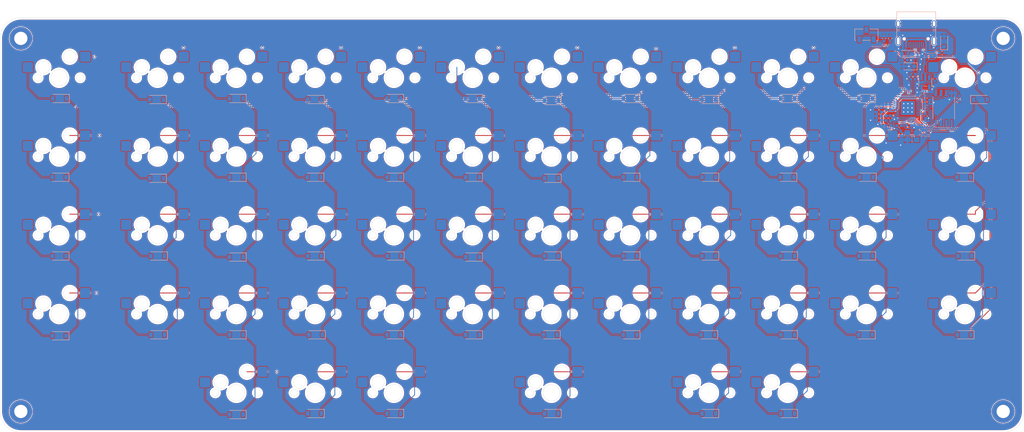
<source format=kicad_pcb>
(kicad_pcb (version 20241229) (generator "pcbnew") (generator_version "9.0")
  (layers (0 "F.Cu" signal) (2 "B.Cu" signal) (13 "F.Paste" user) (15 "B.Paste" user) (5 "F.SilkS" user "F.Silkscreen") (7 "B.SilkS" user "B.Silkscreen") (1 "F.Mask" user) (3 "B.Mask" user) (25 "Edge.Cuts" user))
  (net 0 "")
  (net 1 "Col 1")
  (net 2 "Col 2")
  (net 3 "Col 3")
  (net 4 "Col 4")
  (net 5 "Col 6")
  (net 6 "Col 7")
  (net 7 "Col 8")
  (net 8 "Col 9")
  (net 9 "Col 10")
  (net 10 "Col 11")
  (net 11 "Col 12")
  (net 12 "Col 5")
  (net 13 "Row 1")
  (net 14 "Row 2")
  (net 15 "Row 3")
  (net 16 "Row 4")
  (net 17 "Row 5")
  (net 18 "GND")
  (net 19 "Vin")
  (net 20 "+3.3V")
  (net 21 "SPI3.3")
  (net 22 "Net-(U1-VDDA3P3)")
  (net 23 "Net-(U1-CHIP_PU)")
  (net 24 "Net-(C14-Pad1)")
  (net 25 "XTAL_N")
  (net 26 "Net-(D55-A)")
  (net 27 "Net-(D56-A)")
  (net 28 "Net-(D57-A)")
  (net 29 "Net-(D58-A)")
  (net 30 "Net-(D59-A)")
  (net 31 "Net-(D60-A)")
  (net 32 "Net-(D61-A)")
  (net 33 "Net-(D62-A)")
  (net 34 "Net-(D63-A)")
  (net 35 "Net-(D64-A)")
  (net 36 "Net-(D65-A)")
  (net 37 "Net-(D66-A)")
  (net 38 "Net-(D67-A)")
  (net 39 "Net-(D68-A)")
  (net 40 "Net-(D69-A)")
  (net 41 "Net-(D70-A)")
  (net 42 "Net-(D71-A)")
  (net 43 "Net-(D72-A)")
  (net 44 "Net-(D73-A)")
  (net 45 "Net-(D74-A)")
  (net 46 "Net-(D75-A)")
  (net 47 "Net-(D76-A)")
  (net 48 "Net-(D77-A)")
  (net 49 "Net-(D78-A)")
  (net 50 "Net-(D79-A)")
  (net 51 "Net-(D80-A)")
  (net 52 "Net-(D81-A)")
  (net 53 "Net-(D82-A)")
  (net 54 "Net-(D83-A)")
  (net 55 "Net-(D84-A)")
  (net 56 "Net-(D85-A)")
  (net 57 "Net-(D86-A)")
  (net 58 "Net-(D87-A)")
  (net 59 "Net-(D88-A)")
  (net 60 "Net-(D89-A)")
  (net 61 "Net-(D90-A)")
  (net 62 "Net-(D91-A)")
  (net 63 "Net-(D92-A)")
  (net 64 "Net-(D93-A)")
  (net 65 "Net-(D94-A)")
  (net 66 "Net-(D95-A)")
  (net 67 "Net-(D96-A)")
  (net 68 "Net-(D97-A)")
  (net 69 "Net-(D98-A)")
  (net 70 "Net-(D99-A)")
  (net 71 "Net-(D100-A)")
  (net 72 "Net-(D101-A)")
  (net 73 "Net-(D102-A)")
  (net 74 "Net-(D103-A)")
  (net 75 "Net-(D104-A)")
  (net 76 "Net-(D105-A)")
  (net 77 "Net-(D106-A)")
  (net 78 "Net-(D107-A)")
  (net 79 "Net-(D108-A)")
  (net 80 "D+")
  (net 81 "D-")
  (net 82 "XTAL_P")
  (net 83 "~CS")
  (net 84 "Net-(SW1-C)")
  (net 85 "Net-(SW1-A)")
  (net 87 "MISO")
  (net 90 "SCLK")
  (net 91 "~HOLD")
  (net 92 "~WP")
  (net 93 "MOSI")
  (net 96 "Net-(U1-USB_D-{slash}GPIO12)")
  (net 97 "Net-(U1-USB_D+{slash}GPIO13)")
  (net 100 "unconnected-(J1-SHIELD-PadS1)")
  (net 101 "Net-(J1-CC2)")
  (net 102 "Net-(J1-CC1)")
  (footprint "Capacitor_SMD:C_0402_1005Metric_Pad0.74x0.62mm_HandSolder" (layer "B.Cu") (at 238.65 29.805)
    (property "Reference" "C6" (hide yes))
    (property "Value" "0.1u")
  )
  (footprint "Keyboard:Hot_Swap" (layer "B.Cu") (at 224 62.5 180)
    (property "Reference" "SW103" (hide yes))
    (property "Value" "SW_MX")
    (fp_circle (center 5.08 0) (end 5.931 0) (stroke (width 0.05)) (fill no) (layer "Edge.Cuts"))
    (fp_circle (center 3.81 2.54) (end 5.31 2.54) (stroke (width 0.05)) (fill no) (layer "Edge.Cuts"))
    (fp_circle (center 0 0) (end 1.994 0) (stroke (width 0.05)) (fill no) (layer "Edge.Cuts"))
    (fp_circle (center -2.55 5.08) (end -1.05 5.08) (stroke (width 0.05)) (fill no) (layer "Edge.Cuts"))
    (fp_circle (center -5.08 0) (end -4.229 0) (stroke (width 0.05)) (fill no) (layer "Edge.Cuts"))
  )
  (footprint "Keyboard:Hot_Swap" (layer "B.Cu") (at 129 43.5 180)
    (property "Reference" "SW79" (hide yes))
    (property "Value" "SW_MX")
    (fp_circle (center 5.08 0) (end 5.931 0) (stroke (width 0.05)) (fill no) (layer "Edge.Cuts"))
    (fp_circle (center 3.81 2.54) (end 5.31 2.54) (stroke (width 0.05)) (fill no) (layer "Edge.Cuts"))
    (fp_circle (center 0 0) (end 1.994 0) (stroke (width 0.05)) (fill no) (layer "Edge.Cuts"))
    (fp_circle (center -2.55 5.08) (end -1.05 5.08) (stroke (width 0.05)) (fill no) (layer "Edge.Cuts"))
    (fp_circle (center -5.08 0) (end -4.229 0) (stroke (width 0.05)) (fill no) (layer "Edge.Cuts"))
  )
  (footprint "Diode_SMD:D_SOD-123" (layer "B.Cu") (at 147.75 86.5 180)
    (property "Reference" "D85" (hide yes))
    (property "Value" "BAV16W")
  )
  (footprint "Diode_SMD:D_SOD-123" (layer "B.Cu") (at 148 48.75 180)
    (property "Reference" "D83" (hide yes))
    (property "Value" "BAV16W")
  )
  (footprint "Diode_SMD:D_SOD-123" (layer "B.Cu") (at 53 67.5 180)
    (property "Reference" "D61" (hide yes))
    (property "Value" "BAV16W")
  )
  (footprint "Diode_SMD:D_SOD-123" (layer "B.Cu") (at 91.1 86.5 180)
    (property "Reference" "D71" (hide yes))
    (property "Value" "BAV16W")
  )
  (footprint "Keyboard:Hot_Swap" (layer "B.Cu") (at 148 24.5 180)
    (property "Reference" "SW82" (hide yes))
    (property "Value" "SW_MX")
    (fp_circle (center 5.08 0) (end 5.931 0) (stroke (width 0.05)) (fill no) (layer "Edge.Cuts"))
    (fp_circle (center 3.81 2.54) (end 5.31 2.54) (stroke (width 0.05)) (fill no) (layer "Edge.Cuts"))
    (fp_circle (center 0 0) (end 1.994 0) (stroke (width 0.05)) (fill no) (layer "Edge.Cuts"))
    (fp_circle (center -2.55 5.08) (end -1.05 5.08) (stroke (width 0.05)) (fill no) (layer "Edge.Cuts"))
    (fp_circle (center -5.08 0) (end -4.229 0) (stroke (width 0.05)) (fill no) (layer "Edge.Cuts"))
  )
  (footprint "Diode_SMD:D_SOD-123" (layer "B.Cu") (at 186 105.5 180)
    (property "Reference" "D95" (hide yes))
    (property "Value" "BAV16W")
  )
  (footprint "Diode_SMD:D_SOD-123" (layer "B.Cu") (at 90.85 105.5 180)
    (property "Reference" "D72" (hide yes))
    (property "Value" "BAV16W")
  )
  (footprint "Diode_SMD:D_SOD-123" (layer "B.Cu") (at 29.35 29.5 180)
    (property "Reference" "D55" (hide yes))
    (property "Value" "BAV16W")
  )
  (footprint "Capacitor_SMD:C_0402_1005Metric_Pad0.74x0.62mm_HandSolder" (layer "B.Cu") (at 229.75 34.25 -90)
    (property "Reference" "C9" (hide yes))
    (property "Value" "0.1u")
  )
  (footprint "Diode_SMD:D_SOD-123" (layer "B.Cu") (at 167 29.5 180)
    (property "Reference" "D87" (hide yes))
    (property "Value" "BAV16W")
  )
  (footprint "Keyboard:Hot_Swap" (layer "B.Cu") (at 91 24.5 180)
    (property "Reference" "SW68" (hide yes))
    (property "Value" "SW_MX")
    (fp_circle (center 5.08 0) (end 5.931 0) (stroke (width 0.05)) (fill no) (layer "Edge.Cuts"))
    (fp_circle (center 3.81 2.54) (end 5.31 2.54) (stroke (width 0.05)) (fill no) (layer "Edge.Cuts"))
    (fp_circle (center 0 0) (end 1.994 0) (stroke (width 0.05)) (fill no) (layer "Edge.Cuts"))
    (fp_circle (center -2.55 5.08) (end -1.05 5.08) (stroke (width 0.05)) (fill no) (layer "Edge.Cuts"))
    (fp_circle (center -5.08 0) (end -4.229 0) (stroke (width 0.05)) (fill no) (layer "Edge.Cuts"))
  )
  (footprint "Diode_SMD:D_SOD-123" (layer "B.Cu") (at 72 105.75 180)
    (property "Reference" "D67" (hide yes))
    (property "Value" "BAV16W")
  )
  (footprint "Diode_SMD:D_SOD-123" (layer "B.Cu") (at 129 67.75 180)
    (property "Reference" "D80" (hide yes))
    (property "Value" "BAV16W")
  )
  (footprint "Capacitor_SMD:C_0402_1005Metric_Pad0.74x0.62mm_HandSolder" (layer "B.Cu") (at 227 32.75 180)
    (property "Reference" "C12" (hide yes))
    (property "Value" "1u")
  )
  (footprint "Keyboard:Hot_Swap" (layer "B.Cu") (at 148 81.5 180)
    (property "Reference" "SW85" (hide yes))
    (property "Value" "SW_MX")
    (fp_circle (center 5.08 0) (end 5.931 0) (stroke (width 0.05)) (fill no) (layer "Edge.Cuts"))
    (fp_circle (center 3.81 2.54) (end 5.31 2.54) (stroke (width 0.05)) (fill no) (layer "Edge.Cuts"))
    (fp_circle (center 0 0) (end 1.994 0) (stroke (width 0.05)) (fill no) (layer "Edge.Cuts"))
    (fp_circle (center -2.55 5.08) (end -1.05 5.08) (stroke (width 0.05)) (fill no) (layer "Edge.Cuts"))
    (fp_circle (center -5.08 0) (end -4.229 0) (stroke (width 0.05)) (fill no) (layer "Edge.Cuts"))
  )
  (footprint "Keyboard:Hot_Swap" (layer "B.Cu") (at 186 24.5 180)
    (property "Reference" "SW91" (hide yes))
    (property "Value" "SW_MX")
    (fp_circle (center 5.08 0) (end 5.931 0) (stroke (width 0.05)) (fill no) (layer "Edge.Cuts"))
    (fp_circle (center 3.81 2.54) (end 5.31 2.54) (stroke (width 0.05)) (fill no) (layer "Edge.Cuts"))
    (fp_circle (center 0 0) (end 1.994 0) (stroke (width 0.05)) (fill no) (layer "Edge.Cuts"))
    (fp_circle (center -2.55 5.08) (end -1.05 5.08) (stroke (width 0.05)) (fill no) (layer "Edge.Cuts"))
    (fp_circle (center -5.08 0) (end -4.229 0) (stroke (width 0.05)) (fill no) (layer "Edge.Cuts"))
  )
  (footprint "Resistor_SMD:R_0402_1005Metric_Pad0.72x0.64mm_HandSolder" (layer "B.Cu") (at 229.75 15 90)
    (property "Reference" "R6" (hide yes))
    (property "Value" "10k")
  )
  (footprint "Diode_SMD:D_SOD-123" (layer "B.Cu") (at 90.85 67.5 180)
    (property "Reference" "D70" (hide yes))
    (property "Value" "BAV16W")
  )
  (footprint "Capacitor_SMD:C_0402_1005Metric_Pad0.74x0.62mm_HandSolder" (layer "B.Cu") (at 237.75 37.75 90)
    (property "Reference" "C15" (hide yes))
    (property "Value" "14p")
  )
  (footprint "Keyboard:Hot_Swap" (layer "B.Cu") (at 53 24.5 180)
    (property "Reference" "SW59" (hide yes))
    (property "Value" "SW_MX")
    (fp_circle (center 5.08 0) (end 5.931 0) (stroke (width 0.05)) (fill no) (layer "Edge.Cuts"))
    (fp_circle (center 3.81 2.54) (end 5.31 2.54) (stroke (width 0.05)) (fill no) (layer "Edge.Cuts"))
    (fp_circle (center 0 0) (end 1.994 0) (stroke (width 0.05)) (fill no) (layer "Edge.Cuts"))
    (fp_circle (center -2.55 5.08) (end -1.05 5.08) (stroke (width 0.05)) (fill no) (layer "Edge.Cuts"))
    (fp_circle (center -5.08 0) (end -4.229 0) (stroke (width 0.05)) (fill no) (layer "Edge.Cuts"))
  )
  (footprint "Diode_SMD:D_SOD-123" (layer "B.Cu") (at 110 29.5 180)
    (property "Reference" "D73" (hide yes))
    (property "Value" "BAV16W")
  )
  (footprint "Keyboard:Hot_Swap" (layer "B.Cu") (at 148 100.5 180)
    (property "Reference" "SW86" (hide yes))
    (property "Value" "SW_MX")
    (fp_circle (center 5.08 0) (end 5.931 0) (stroke (width 0.05)) (fill no) (layer "Edge.Cuts"))
    (fp_circle (center 3.81 2.54) (end 5.31 2.54) (stroke (width 0.05)) (fill no) (layer "Edge.Cuts"))
    (fp_circle (center 0 0) (end 1.994 0) (stroke (width 0.05)) (fill no) (layer "Edge.Cuts"))
    (fp_circle (center -2.55 5.08) (end -1.05 5.08) (stroke (width 0.05)) (fill no) (layer "Edge.Cuts"))
    (fp_circle (center -5.08 0) (end -4.229 0) (stroke (width 0.05)) (fill no) (layer "Edge.Cuts"))
  )
  (footprint "Keyboard:Hot_Swap" (layer "B.Cu") (at 110 81.5 180)
    (property "Reference" "SW76" (hide yes))
    (property "Value" "SW_MX")
    (fp_circle (center 5.08 0) (end 5.931 0) (stroke (width 0.05)) (fill no) (layer "Edge.Cuts"))
    (fp_circle (center 3.81 2.54) (end 5.31 2.54) (stroke (width 0.05)) (fill no) (layer "Edge.Cuts"))
    (fp_circle (center 0 0) (end 1.994 0) (stroke (width 0.05)) (fill no) (layer "Edge.Cuts"))
    (fp_circle (center -2.55 5.08) (end -1.05 5.08) (stroke (width 0.05)) (fill no) (layer "Edge.Cuts"))
    (fp_circle (center -5.08 0) (end -4.229 0) (stroke (width 0.05)) (fill no) (layer "Edge.Cuts"))
  )
  (footprint "Diode_SMD:D_SOD-123" (layer "B.Cu") (at 110 105.5 180)
    (property "Reference" "D77" (hide yes))
    (property "Value" "BAV16W")
  )
  (footprint "Diode_SMD:D_SOD-123" (layer "B.Cu") (at 224 48.5 180)
    (property "Reference" "D102" (hide yes))
    (property "Value" "BAV16W")
  )
  (footprint "Diode_SMD:D_SOD-123" (layer "B.Cu") (at 223.75 86.5 180)
    (property "Reference" "D104" (hide yes))
    (property "Value" "BAV16W")
  )
  (footprint "Connector_USB:USB_C_Receptacle_HRO_TYPE-C-31-M-12" (layer "B.Cu") (at 236 12.5)
    (property "Reference" "J1" (hide yes))
    (property "Value" "USB_C_Receptacle_USB2.0_16P")
  )
  (footprint "Keyboard:Hot_Swap" (layer "B.Cu") (at 205 43.5 180)
    (property "Reference" "SW97" (hide yes))
    (property "Value" "SW_MX")
    (fp_circle (center 5.08 0) (end 5.931 0) (stroke (width 0.05)) (fill no) (layer "Edge.Cuts"))
    (fp_circle (center 3.81 2.54) (end 5.31 2.54) (stroke (width 0.05)) (fill no) (layer "Edge.Cuts"))
    (fp_circle (center 0 0) (end 1.994 0) (stroke (width 0.05)) (fill no) (layer "Edge.Cuts"))
    (fp_circle (center -2.55 5.08) (end -1.05 5.08) (stroke (width 0.05)) (fill no) (layer "Edge.Cuts"))
    (fp_circle (center -5.08 0) (end -4.229 0) (stroke (width 0.05)) (fill no) (layer "Edge.Cuts"))
  )
  (footprint "Resistor_SMD:R_0402_1005Metric_Pad0.72x0.64mm_HandSolder" (layer "B.Cu") (at 234.75 24.25 -90)
    (property "Reference" "R7" (hide yes))
    (property "Value" "22")
  )
  (footprint "Capacitor_SMD:C_0402_1005Metric_Pad0.74x0.62mm_HandSolder" (layer "B.Cu") (at 227 34.75 180)
    (property "Reference" "C10" (hide yes))
    (property "Value" "0.1u")
  )
  (footprint "Capacitor_SMD:C_0402_1005Metric_Pad0.74x0.62mm_HandSolder" (layer "B.Cu") (at 238.25 33.75 -90)
    (property "Reference" "C4" (hide yes))
    (property "Value" "0.1u")
  )
  (footprint "Diode_SMD:D_SOD-323_HandSoldering" (layer "B.Cu") (at 242.75 15.75 90)
    (property "Reference" "D1" (hide yes))
    (property "Value" "D_TVS")
  )
  (footprint "Keyboard:Hot_Swap" (layer "B.Cu") (at 205 81.5 180)
    (property "Reference" "SW99" (hide yes))
    (property "Value" "SW_MX")
    (fp_circle (center 5.08 0) (end 5.931 0) (stroke (width 0.05)) (fill no) (layer "Edge.Cuts"))
    (fp_circle (center 3.81 2.54) (end 5.31 2.54) (stroke (width 0.05)) (fill no) (layer "Edge.Cuts"))
    (fp_circle (center 0 0) (end 1.994 0) (stroke (width 0.05)) (fill no) (layer "Edge.Cuts"))
    (fp_circle (center -2.55 5.08) (end -1.05 5.08) (stroke (width 0.05)) (fill no) (layer "Edge.Cuts"))
    (fp_circle (center -5.08 0) (end -4.229 0) (stroke (width 0.05)) (fill no) (layer "Edge.Cuts"))
  )
  (footprint "Keyboard:Hot_Swap" (layer "B.Cu") (at 247.75 43.5 180)
    (property "Reference" "SW106" (hide yes))
    (property "Value" "SW_MX")
    (fp_circle (center 5.08 0) (end 5.931 0) (stroke (width 0.05)) (fill no) (layer "Edge.Cuts"))
    (fp_circle (center 3.81 2.54) (end 5.31 2.54) (stroke (width 0.05)) (fill no) (layer "Edge.Cuts"))
    (fp_circle (center 0 0) (end 1.994 0) (stroke (width 0.05)) (fill no) (layer "Edge.Cuts"))
    (fp_circle (center -2.55 5.08) (end -1.05 5.08) (stroke (width 0.05)) (fill no) (layer "Edge.Cuts"))
    (fp_circle (center -5.08 0) (end -4.229 0) (stroke (width 0.05)) (fill no) (layer "Edge.Cuts"))
  )
  (footprint "Diode_SMD:D_SOD-123" (layer "B.Cu") (at 110 86.5 180)
    (property "Reference" "D76" (hide yes))
    (property "Value" "BAV16W")
  )
  (footprint "Diode_SMD:D_SOD-123" (layer "B.Cu") (at 129 29.5 180)
    (property "Reference" "D78" (hide yes))
    (property "Value" "BAV16W")
  )
  (footprint "Capacitor_SMD:C_0402_1005Metric_Pad0.74x0.62mm_HandSolder" (layer "B.Cu") (at 232.25 38 -90)
    (property "Reference" "C14" (hide yes))
    (property "Value" "14p")
  )
  (footprint "Diode_SMD:D_SOD-123" (layer "B.Cu") (at 223.85 29.5 180)
    (property "Reference" "D101" (hide yes))
    (property "Value" "BAV16W")
  )
  (footprint "Diode_SMD:D_SOD-123" (layer "B.Cu") (at 29.25 48.5 180)
    (property "Reference" "D56" (hide yes))
    (property "Value" "BAV16W")
  )
  (footprint "Capacitor_SMD:C_0402_1005Metric_Pad0.74x0.62mm_HandSolder" (layer "B.Cu") (at 229.75 31.5 90)
    (property "Reference" "C3" (hide yes))
    (property "Value" "0.1u")
  )
  (footprint "Keyboard:Hot_Swap" (layer "B.Cu") (at 29.25 81.5 180)
    (property "Reference" "SW58" (hide yes))
    (property "Value" "SW_MX")
    (fp_circle (center 5.08 0) (end 5.931 0) (stroke (width 0.05)) (fill no) (layer "Edge.Cuts"))
    (fp_circle (center 3.81 2.54) (end 5.31 2.54) (stroke (width 0.05)) (fill no) (layer "Edge.Cuts"))
    (fp_circle (center 0 0) (end 1.994 0) (stroke (width 0.05)) (fill no) (layer "Edge.Cuts"))
    (fp_circle (center -2.55 5.08) (end -1.05 5.08) (stroke (width 0.05)) (fill no) (layer "Edge.Cuts"))
    (fp_circle (center -5.08 0) (end -4.229 0) (stroke (width 0.05)) (fill no) (layer "Edge.Cuts"))
  )
  (footprint "Keyboard:Hot_Swap" (layer "B.Cu") (at 148 43.5 180)
    (property "Reference" "SW83" (hide yes))
    (property "Value" "SW_MX")
    (fp_circle (center 5.08 0) (end 5.931 0) (stroke (width 0.05)) (fill no) (layer "Edge.Cuts"))
    (fp_circle (center 3.81 2.54) (end 5.31 2.54) (stroke (width 0.05)) (fill no) (layer "Edge.Cuts"))
    (fp_circle (center 0 0) (end 1.994 0) (stroke (width 0.05)) (fill no) (layer "Edge.Cuts"))
    (fp_circle (center -2.55 5.08) (end -1.05 5.08) (stroke (width 0.05)) (fill no) (layer "Edge.Cuts"))
    (fp_circle (center -5.08 0) (end -4.229 0) (stroke (width 0.05)) (fill no) (layer "Edge.Cuts"))
  )
  (footprint "Diode_SMD:D_SOD-123" (layer "B.Cu") (at 186 48.5 180)
    (property "Reference" "D92" (hide yes))
    (property "Value" "BAV16W")
  )
  (footprint "Keyboard:Hot_Swap" (layer "B.Cu") (at 205 100.5 180)
    (property "Reference" "SW100" (hide yes))
    (property "Value" "SW_MX")
    (fp_circle (center 5.08 0) (end 5.931 0) (stroke (width 0.05)) (fill no) (layer "Edge.Cuts"))
    (fp_circle (center 3.81 2.54) (end 5.31 2.54) (stroke (width 0.05)) (fill no) (layer "Edge.Cuts"))
    (fp_circle (center 0 0) (end 1.994 0) (stroke (width 0.05)) (fill no) (layer "Edge.Cuts"))
    (fp_circle (center -2.55 5.08) (end -1.05 5.08) (stroke (width 0.05)) (fill no) (layer "Edge.Cuts"))
    (fp_circle (center -5.08 0) (end -4.229 0) (stroke (width 0.05)) (fill no) (layer "Edge.Cuts"))
  )
  (footprint "Diode_SMD:D_SOD-123" (layer "B.Cu") (at 167 67.5 180)
    (property "Reference" "D89" (hide yes))
    (property "Value" "BAV16W")
  )
  (footprint "Diode_SMD:D_SOD-123" (layer "B.Cu") (at 90.85 29.75 180)
    (property "Reference" "D68" (hide yes))
    (property "Value" "BAV16W")
  )
  (footprint "Keyboard:Hot_Swap" (layer "B.Cu") (at 29.25 24.5 180)
    (property "Reference" "SW55" (hide yes))
    (property "Value" "SW_MX")
    (fp_circle (center 5.08 0) (end 5.931 0) (stroke (width 0.05)) (fill no) (layer "Edge.Cuts"))
    (fp_circle (center 3.81 2.54) (end 5.31 2.54) (stroke (width 0.05)) (fill no) (layer "Edge.Cuts"))
    (fp_circle (center 0 0) (end 1.994 0) (stroke (width 0.05)) (fill no) (layer "Edge.Cuts"))
    (fp_circle (center -2.55 5.08) (end -1.05 5.08) (stroke (width 0.05)) (fill no) (layer "Edge.Cuts"))
    (fp_circle (center -5.08 0) (end -4.229 0) (stroke (width 0.05)) (fill no) (layer "Edge.Cuts"))
  )
  (footprint "Capacitor_SMD:C_0402_1005Metric_Pad0.74x0.62mm_HandSolder" (layer "B.Cu") (at 239 19.5)
    (property "Reference" "C1" (hide yes))
    (property "Value" "10u")
  )
  (footprint "Keyboard:Hot_Swap" (layer "B.Cu") (at 247.75 62.5 180)
    (property "Reference" "SW107" (hide yes))
    (property "Value" "SW_MX")
    (fp_circle (center 5.08 0) (end 5.931 0) (stroke (width 0.05)) (fill no) (layer "Edge.Cuts"))
    (fp_circle (center 3.81 2.54) (end 5.31 2.54) (stroke (width 0.05)) (fill no) (layer "Edge.Cuts"))
    (fp_circle (center 0 0) (end 1.994 0) (stroke (width 0.05)) (fill no) (layer "Edge.Cuts"))
    (fp_circle (center -2.55 5.08) (end -1.05 5.08) (stroke (width 0.05)) (fill no) (layer "Edge.Cuts"))
    (fp_circle (center -5.08 0) (end -4.229 0) (stroke (width 0.05)) (fill no) (layer "Edge.Cuts"))
  )
  (footprint "Diode_SMD:D_SOD-123" (layer "B.Cu") (at 129 48.5 180)
    (property "Reference" "D79" (hide yes))
    (property "Value" "BAV16W")
  )
  (footprint "Diode_SMD:D_SOD-323_HandSoldering" (layer "B.Cu") (at 233.75 18.75 180)
    (property "Reference" "D4" (hide yes))
    (property "Value" "D_TVS")
  )
  (footprint "Button_Switch_SMD:Nidec_Copal_CAS-120A" (layer "B.Cu") (at 224 14.1 90)
    (property "Reference" "SW1" (hide yes))
    (property "Value" "SW_Nidec_CAS-120A1")
  )
  (footprint "ESP32:XTAL_7M40000049" (layer "B.Cu") (at 235 38.6 -90)
    (property "Reference" "Y1" (hide yes))
    (property "Value" "7M40000049")
  )
  (footprint "Keyboard:Hot_Swap" (layer "B.Cu") (at 91 100.5 180)
    (property "Reference" "SW72" (hide yes))
    (property "Value" "SW_MX")
    (fp_circle (center 5.08 0) (end 5.931 0) (stroke (width 0.05)) (fill no) (layer "Edge.Cuts"))
    (fp_circle (center 3.81 2.54) (end 5.31 2.54) (stroke (width 0.05)) (fill no) (layer "Edge.Cuts"))
    (fp_circle (center 0 0) (end 1.994 0) (stroke (width 0.05)) (fill no) (layer "Edge.Cuts"))
    (fp_circle (center -2.55 5.08) (end -1.05 5.08) (stroke (width 0.05)) (fill no) (layer "Edge.Cuts"))
    (fp_circle (center -5.08 0) (end -4.229 0) (stroke (width 0.05)) (fill no) (layer "Edge.Cuts"))
  )
  (footprint "Resistor_SMD:R_0402_1005Metric_Pad0.72x0.64mm_HandSolder" (layer "B.Cu") (at 235.75 24.25 90)
    (property "Reference" "R8" (hide yes))
    (property "Value" "22")
  )
  (footprint "Keyboard:Hot_Swap" (layer "B.Cu") (at 29.25 43.5 180)
    (property "Reference" "SW56" (hide yes))
    (property "Value" "SW_MX")
    (fp_circle (center 5.08 0) (end 5.931 0) (stroke (width 0.05)) (fill no) (layer "Edge.Cuts"))
    (fp_circle (center 3.81 2.54) (end 5.31 2.54) (stroke (width 0.05)) (fill no) (layer "Edge.Cuts"))
    (fp_circle (center 0 0) (end 1.994 0) (stroke (width 0.05)) (fill no) (layer "Edge.Cuts"))
    (fp_circle (center -2.55 5.08) (end -1.05 5.08) (stroke (width 0.05)) (fill no) (layer "Edge.Cuts"))
    (fp_circle (center -5.08 0) (end -4.229 0) (stroke (width 0.05)) (fill no) (layer "Edge.Cuts"))
  )
  (footprint "Diode_SMD:D_SOD-123" (layer "B.Cu") (at 72 48.5 180)
    (property "Reference" "D64" (hide yes))
    (property "Value" "BAV16W")
  )
  (footprint "Keyboard:Hot_Swap" (layer "B.Cu") (at 186 62.54 180)
    (property "Reference" "SW93" (hide yes))
    (property "Value" "SW_MX")
    (fp_circle (center 5.08 0) (end 5.931 0) (stroke (width 0.05)) (fill no) (layer "Edge.Cuts"))
    (fp_circle (center 3.81 2.54) (end 5.31 2.54) (stroke (width 0.05)) (fill no) (layer "Edge.Cuts"))
    (fp_circle (center 0 0) (end 1.994 0) (stroke (width 0.05)) (fill no) (layer "Edge.Cuts"))
    (fp_circle (center -2.55 5.08) (end -1.05 5.08) (stroke (width 0.05)) (fill no) (layer "Edge.Cuts"))
    (fp_circle (center -5.08 0) (end -4.229 0) (stroke (width 0.05)) (fill no) (layer "Edge.Cuts"))
  )
  (footprint "ESP32:SOIC127P790X216-8N" (layer "B.Cu") (at 242.65 31.805 -90)
    (property "Reference" "U3" (hide yes))
    (property "Value" "~")
  )
  (footprint "Keyboard:Hot_Swap" (layer "B.Cu") (at 72 81.5 180)
    (property "Reference" "SW66" (hide yes))
    (property "Value" "SW_MX")
    (fp_circle (center 5.08 0) (end 5.931 0) (stroke (width 0.05)) (fill no) (layer "Edge.Cuts"))
    (fp_circle (center 3.81 2.54) (end 5.31 2.54) (stroke (width 0.05)) (fill no) (layer "Edge.Cuts"))
    (fp_circle (center 0 0) (end 1.994 0) (stroke (width 0.05)) (fill no) (layer "Edge.Cuts"))
    (fp_circle (center -2.55 5.08) (end -1.05 5.08) (stroke (width 0.05)) (fill no) (layer "Edge.Cuts"))
    (fp_circle (center -5.08 0) (end -4.229 0) (stroke (width 0.05)) (fill no) (layer "Edge.Cuts"))
  )
  (footprint "Diode_SMD:D_SOD-123" (layer "B.Cu") (at 72 29.5 180)
    (property "Reference" "D63" (hide yes))
    (property "Value" "BAV16W")
  )
  (footprint "Keyboard:Hot_Swap" (layer "B.Cu") (at 129 81.5 180)
    (property "Reference" "SW81" (hide yes))
    (property "Value" "SW_MX")
    (fp_circle (center 5.08 0) (end 5.931 0) (stroke (width 0.05)) (fill no) (layer "Edge.Cuts"))
    (fp_circle (center 3.81 2.54) (end 5.31 2.54) (stroke (width 0.05)) (fill no) (layer "Edge.Cuts"))
    (fp_circle (center 0 0) (end 1.994 0) (stroke (width 0.05)) (fill no) (layer "Edge.Cuts"))
    (fp_circle (center -2.55 5.08) (end -1.05 5.08) (stroke (width 0.05)) (fill no) (layer "Edge.Cuts"))
    (fp_circle (center -5.08 0) (end -4.229 0) (stroke (width 0.05)) (fill no) (layer "Edge.Cuts"))
  )
  (footprint "Diode_SMD:D_SOD-123" (layer "B.Cu") (at 167 86.5 180)
    (property "Reference" "D90" (hide yes))
    (property "Value" "BAV16W")
  )
  (footprint "Keyboard:Hot_Swap" (layer "B.Cu") (at 186 43.5 180)
    (property "Reference" "SW92" (hide yes))
    (property "Value" "SW_MX")
    (fp_circle (center 5.08 0) (end 5.931 0) (stroke (width 0.05)) (fill no) (layer "Edge.Cuts"))
    (fp_circle (center 3.81 2.54) (end 5.31 2.54) (stroke (width 0.05)) (fill no) (layer "Edge.Cuts"))
    (fp_circle (center 0 0) (end 1.994 0) (stroke (width 0.05)) (fill no) (layer "Edge.Cuts"))
    (fp_circle (center -2.55 5.08) (end -1.05 5.08) (stroke (width 0.05)) (fill no) (layer "Edge.Cuts"))
    (fp_circle (center -5.08 0) (end -4.229 0) (stroke (width 0.05)) (fill no) (layer "Edge.Cuts"))
  )
  (footprint "Diode_SMD:D_SOD-123" (layer "B.Cu") (at 148 67.5 180)
    (property "Reference" "D84" (hide yes))
    (property "Value" "BAV16W")
  )
  (footprint "Diode_SMD:D_SOD-123" (layer "B.Cu") (at 52.75 48.75 180)
    (property "Reference" "D60" (hide yes))
    (property "Value" "BAV16W")
  )
  (footprint "Keyboard:Hot_Swap" (layer "B.Cu") (at 72 43.5 180)
    (property "Reference" "SW64" (hide yes))
    (property "Value" "SW_MX")
    (fp_circle (center 5.08 0) (end 5.931 0) (stroke (width 0.05)) (fill no) (layer "Edge.Cuts"))
    (fp_circle (center 3.81 2.54) (end 5.31 2.54) (stroke (width 0.05)) (fill no) (layer "Edge.Cuts"))
    (fp_circle (center 0 0) (end 1.994 0) (stroke (width 0.05)) (fill no) (layer "Edge.Cuts"))
    (fp_circle (center -2.55 5.08) (end -1.05 5.08) (stroke (width 0.05)) (fill no) (layer "Edge.Cuts"))
    (fp_circle (center -5.08 0) (end -4.229 0) (stroke (width 0.05)) (fill no) (layer "Edge.Cuts"))
  )
  (footprint "Diode_SMD:D_SOD-123" (layer "B.Cu") (at 223.85 67.5 180)
    (property "Reference" "D103" (hide yes))
    (property "Value" "BAV16W")
  )
  (footprint "Diode_SMD:D_SOD-123" (layer "B.Cu") (at 110 48.5 180)
    (property "Reference" "D74" (hide yes))
    (property "Value" "BAV16W")
  )
  (footprint "Keyboard:Hot_Swap" (layer "B.Cu") (at 186 100.5 180)
    (property "Reference" "SW95" (hide yes))
    (property "Value" "SW_MX")
    (fp_circle (center 5.08 0) (end 5.931 0) (stroke (width 0.05)) (fill no) (layer "Edge.Cuts"))
    (fp_circle (center 3.81 2.54) (end 5.31 2.54) (stroke (width 0.05)) (fill no) (layer "Edge.Cuts"))
    (fp_circle (center 0 0) (end 1.994 0) (stroke (width 0.05)) (fill no) (layer "Edge.Cuts"))
    (fp_circle (center -2.55 5.08) (end -1.05 5.08) (stroke (width 0.05)) (fill no) (layer "Edge.Cuts"))
    (fp_circle (center -5.08 0) (end -4.229 0) (stroke (width 0.05)) (fill no) (layer "Edge.Cuts"))
  )
  (footprint "Diode_SMD:D_SOD-123" (layer "B.Cu") (at 29.25 86.75 180)
    (property "Reference" "D58" (hide yes))
    (property "Value" "BAV16W")
  )
  (footprint "Diode_SMD:D_SOD-123" (layer "B.Cu") (at 251.5 29.75)
    (property "Reference" "D105" (hide yes))
    (property "Value" "BAV16W")
  )
  (footprint "Keyboard:Hot_Swap" (layer "B.Cu") (at 186 81.5 180)
    (property "Reference" "SW94" (hide yes))
    (property "Value" "SW_MX")
    (fp_circle (center 5.08 0) (end 5.931 0) (stroke (width 0.05)) (fill no) (layer "Edge.Cuts"))
    (fp_circle (center 3.81 2.54) (end 5.31 2.54) (stroke (width 0.05)) (fill no) (layer "Edge.Cuts"))
    (fp_circle (center 0 0) (end 1.994 0) (stroke (width 0.05)) (fill no) (layer "Edge.Cuts"))
    (fp_circle (center -2.55 5.08) (end -1.05 5.08) (stroke (width 0.05)) (fill no) (layer "Edge.Cuts"))
    (fp_circle (center -5.08 0) (end -4.229 0) (stroke (width 0.05)) (fill no) (layer "Edge.Cuts"))
  )
  (footprint "Inductor_SMD:L_0402_1005Metric_Pad0.77x0.64mm_HandSolder" (layer "B.Cu") (at 228.75 34.25 -90)
    (property "Reference" "L1" (hide yes))
    (property "Value" "2n")
  )
  (footprint "Keyboard:Hot_Swap" (layer "B.Cu") (at 247.75 24.5 180)
    (property "Reference" "SW105" (hide yes))
    (property "Value" "SW_MX")
    (fp_circle (center 5.08 0) (end 5.931 0) (stroke (width 0.05)) (fill no) (layer "Edge.Cuts"))
    (fp_circle (center 3.81 2.54) (end 5.31 2.54) (stroke (width 0.05)) (fill no) (layer "Edge.Cuts"))
    (fp_circle (center 0 0) (end 1.994 0) (stroke (width 0.05)) (fill no) (layer "Edge.Cuts"))
    (fp_circle (center -2.55 5.08) (end -1.05 5.08) (stroke (width 0.05)) (fill no) (layer "Edge.Cuts"))
    (fp_circle (center -5.08 0) (end -4.229 0) (stroke (width 0.05)) (fill no) (layer "Edge.Cuts"))
  )
  (footprint "Diode_SMD:D_SOD-323_HandSoldering" (layer "B.Cu") (at 234.25 21.75 180)
    (property "Reference" "D5" (hide yes))
    (property "Value" "D_TVS")
  )
  (footprint "Keyboard:Hot_Swap" (layer "B.Cu") (at 247.75 81.5 180)
    (property "Reference" "SW108" (hide yes))
    (property "Value" "SW_MX")
    (fp_circle (center 5.08 0) (end 5.931 0) (stroke (width 0.05)) (fill no) (layer "Edge.Cuts"))
    (fp_circle (center 3.81 2.54) (end 5.31 2.54) (stroke (width 0.05)) (fill no) (layer "Edge.Cuts"))
    (fp_circle (center 0 0) (end 1.994 0) (stroke (width 0.05)) (fill no) (layer "Edge.Cuts"))
    (fp_circle (center -2.55 5.08) (end -1.05 5.08) (stroke (width 0.05)) (fill no) (layer "Edge.Cuts"))
    (fp_circle (center -5.08 0) (end -4.229 0) (stroke (width 0.05)) (fill no) (layer "Edge.Cuts"))
  )
  (footprint "Diode_SMD:D_SOD-123" (layer "B.Cu") (at 247.75 67.5 180)
    (property "Reference" "D107" (hide yes))
    (property "Value" "BAV16W")
  )
  (footprint "Keyboard:Hot_Swap" (layer "B.Cu") (at 53 43.5 180)
    (property "Reference" "SW60" (hide yes))
    (property "Value" "SW_MX")
    (fp_circle (center 5.08 0) (end 5.931 0) (stroke (width 0.05)) (fill no) (layer "Edge.Cuts"))
    (fp_circle (center 3.81 2.54) (end 5.31 2.54) (stroke (width 0.05)) (fill no) (layer "Edge.Cuts"))
    (fp_circle (center 0 0) (end 1.994 0) (stroke (width 0.05)) (fill no) (layer "Edge.Cuts"))
    (fp_circle (center -2.55 5.08) (end -1.05 5.08) (stroke (width 0.05)) (fill no) (layer "Edge.Cuts"))
    (fp_circle (center -5.08 0) (end -4.229 0) (stroke (width 0.05)) (fill no) (layer "Edge.Cuts"))
  )
  (footprint "Package_TO_SOT_SMD:SOT-23-5" (layer "B.Cu") (at 238.2 25.6125 -90)
    (property "Reference" "U2" (hide yes))
    (property "Value" "XC6220B331MR")
  )
  (footprint "ESP32:QFN40P500X500X90-41N" (layer "B.Cu") (at 234 31.805)
    (property "Reference" "U1" (hide yes))
    (property "Value" "ESP32-C6")
  )
  (footprint "Keyboard:Hot_Swap" (layer "B.Cu") (at 91 43.5 180)
    (property "Reference" "SW69" (hide yes))
    (property "Value" "SW_MX")
    (fp_circle (center 5.08 0) (end 5.931 0) (stroke (width 0.05)) (fill no) (layer "Edge.Cuts"))
    (fp_circle (center 3.81 2.54) (end 5.31 2.54) (stroke (width 0.05)) (fill no) (layer "Edge.Cuts"))
    (fp_circle (center 0 0) (end 1.994 0) (stroke (width 0.05)) (fill no) (layer "Edge.Cuts"))
    (fp_circle (center -2.55 5.08) (end -1.05 5.08) (stroke (width 0.05)) (fill no) (layer "Edge.Cuts"))
    (fp_circle (center -5.08 0) (end -4.229 0) (stroke (width 0.05)) (fill no) (layer "Edge.Cuts"))
  )
  (footprint "Diode_SMD:D_SOD-123" (layer "B.Cu") (at 186 67.5 180)
    (property "Reference" "D93" (hide yes))
    (property "Value" "BAV16W")
  )
  (footprint "Keyboard:Hot_Swap" (layer "B.Cu") (at 72 24.5 180)
    (property "Reference" "SW63" (hide yes))
    (property "Value" "SW_MX")
    (fp_circle (center 5.08 0) (end 5.931 0) (stroke (width 0.05)) (fill no) (layer "Edge.Cuts"))
    (fp_circle (center 3.81 2.54) (end 5.31 2.54) (stroke (width 0.05)) (fill no) (layer "Edge.Cuts"))
    (fp_circle (center 0 0) (end 1.994 0) (stroke (width 0.05)) (fill no) (layer "Edge.Cuts"))
    (fp_circle (center -2.55 5.08) (end -1.05 5.08) (stroke (width 0.05)) (fill no) (layer "Edge.Cuts"))
    (fp_circle (center -5.08 0) (end -4.229 0) (stroke (width 0.05)) (fill no) (layer "Edge.Cuts"))
  )
  (footprint "Keyboard:Hot_Swap" (layer "B.Cu") (at 129 24.5 180)
    (property "Reference" "SW78" (hide yes))
    (property "Value" "SW_MX")
    (fp_circle (center 5.08 0) (end 5.931 0) (stroke (width 0.05)) (fill no) (layer "Edge.Cuts"))
    (fp_circle (center 3.81 2.54) (end 5.31 2.54) (stroke (width 0.05)) (fill no) (layer "Edge.Cuts"))
    (fp_circle (center 0 0) (end 1.994 0) (stroke (width 0.05)) (fill no) (layer "Edge.Cuts"))
    (fp_circle (center -2.55 5.08) (end -1.05 5.08) (stroke (width 0.05)) (fill no) (layer "Edge.Cuts"))
    (fp_circle (center -5.08 0) (end -4.229 0) (stroke (width 0.05)) (fill no) (layer "Edge.Cuts"))
  )
  (footprint "Capacitor_SMD:C_0402_1005Metric_Pad0.74x0.62mm_HandSolder" (layer "B.Cu") (at 227 33.75 180)
    (property "Reference" "C11" (hide yes))
    (property "Value" "10u")
  )
  (footprint "Keyboard:Hot_Swap" (layer "B.Cu") (at 129 62.5 180)
    (property "Reference" "SW80" (hide yes))
    (property "Value" "SW_MX")
    (fp_circle (center 5.08 0) (end 5.931 0) (stroke (width 0.05)) (fill no) (layer "Edge.Cuts"))
    (fp_circle (center 3.81 2.54) (end 5.31 2.54) (stroke (width 0.05)) (fill no) (layer "Edge.Cuts"))
    (fp_circle (center 0 0) (end 1.994 0) (stroke (width 0.05)) (fill no) (layer "Edge.Cuts"))
    (fp_circle (center -2.55 5.08) (end -1.05 5.08) (stroke (width 0.05)) (fill no) (layer "Edge.Cuts"))
    (fp_circle (center -5.08 0) (end -4.229 0) (stroke (width 0.05)) (fill no) (layer "Edge.Cuts"))
  )
  (footprint "Diode_SMD:D_SOD-123" (layer "B.Cu") (at 72 67.75 180)
    (property "Reference" "D65" (hide yes))
    (property "Value" "BAV16W")
  )
  (footprint "Keyboard:Hot_Swap" (layer "B.Cu") (at 205 24.5 180)
    (property "Reference" "SW96" (hide yes))
    (property "Value" "SW_MX")
    (fp_circle (center 5.08 0) (end 5.931 0) (stroke (width 0.05)) (fill no) (layer "Edge.Cuts"))
    (fp_circle (center 3.81 2.54) (end 5.31 2.54) (stroke (width 0.05)) (fill no) (layer "Edge.Cuts"))
    (fp_circle (center 0 0) (end 1.994 0) (stroke (width 0.05)) (fill no) (layer "Edge.Cuts"))
    (fp_circle (center -2.55 5.08) (end -1.05 5.08) (stroke (width 0.05)) (fill no) (layer "Edge.Cuts"))
    (fp_circle (center -5.08 0) (end -4.229 0) (stroke (width 0.05)) (fill no) (layer "Edge.Cuts"))
  )
  (footprint "Diode_SMD:D_SOD-123" (layer "B.Cu") (at 148 105.5 180)
    (property "Reference" "D86" (hide yes))
    (property "Value" "BAV16W")
  )
  (footprint "Keyboard:Hot_Swap" (layer "B.Cu") (at 224 24.5 180)
    (property "Reference" "SW101" (hide yes))
    (property "Value" "SW_MX")
    (fp_circle (center 5.08 0) (end 5.931 0) (stroke (width 0.05)) (fill no) (layer "Edge.Cuts"))
    (fp_circle (center 3.81 2.54) (end 5.31 2.54) (stroke (width 0.05)) (fill no) (layer "Edge.Cuts"))
    (fp_circle (center 0 0) (end 1.994 0) (stroke (width 0.05)) (fill no) (layer "Edge.Cuts"))
    (fp_circle (center -2.55 5.08) (end -1.05 5.08) (stroke (width 0.05)) (fill no) (layer "Edge.Cuts"))
    (fp_circle (center -5.08 0) (end -4.229 0) (stroke (width 0.05)) (fill no) (layer "Edge.Cuts"))
  )
  (footprint "Resistor_SMD:R_0402_1005Metric_Pad0.72x0.64mm_HandSolder" (layer "B.Cu") (at 233.25 20.25 180)
    (property "Reference" "R2" (hide yes))
    (property "Value" "5.1K")
  )
  (footprint "Keyboard:Hot_Swap" (layer "B.Cu") (at 72 100.5 180)
    (property "Reference" "SW67" (hide yes))
    (property "Value" "SW_MX")
    (fp_circle (center 5.08 0) (end 5.931 0) (stroke (width 0.05)) (fill no) (layer "Edge.Cuts"))
    (fp_circle (center 3.81 2.54) (end 5.31 2.54) (stroke (width 0.05)) (fill no) (layer "Edge.Cuts"))
    (fp_circle (center 0 0) (end 1.994 0) (stroke (width 0.05)) (fill no) (layer "Edge.Cuts"))
    (fp_circle (center -2.55 5.08) (end -1.05 5.08) (stroke (width 0.05)) (fill no) (layer "Edge.Cuts"))
    (fp_circle (center -5.08 0) (end -4.229 0) (stroke (width 0.05)) (fill no) (layer "Edge.Cuts"))
  )
  (footprint "Diode_SMD:D_SOD-123" (layer "B.Cu") (at 205 86.5 180)
    (property "Reference" "D99" (hide yes))
    (property "Value" "BAV16W")
  )
  (footprint "Keyboard:Hot_Swap" (layer "B.Cu") (at 167 81.5 180)
    (property "Reference" "SW90" (hide yes))
    (property "Value" "SW_MX")
    (fp_circle (center 5.08 0) (end 5.931 0) (stroke (width 0.05)) (fill no) (layer "Edge.Cuts"))
    (fp_circle (center 3.81 2.54) (end 5.31 2.54) (stroke (width 0.05)) (fill no) (layer "Edge.Cuts"))
    (fp_circle (center 0 0) (end 1.994 0) (stroke (width 0.05)) (fill no) (layer "Edge.Cuts"))
    (fp_circle (center -2.55 5.08) (end -1.05 5.08) (stroke (width 0.05)) (fill no) (layer "Edge.Cuts"))
    (fp_circle (center -5.08 0) (end -4.229 0) (stroke (width 0.05)) (fill no) (layer "Edge.Cuts"))
  )
  (footprint "Diode_SMD:D_SOD-123" (layer "B.Cu") (at 205 67.5 180)
    (property "Reference" "D98" (hide yes))
    (property "Value" "BAV16W")
  )
  (footprint "Keyboard:Hot_Swap" (layer "B.Cu") (at 224 43.5 180)
    (property "Reference" "SW102" (hide yes))
    (property "Value" "SW_MX")
    (fp_circle (center 5.08 0) (end 5.931 0) (stroke (width 0.05)) (fill no) (layer "Edge.Cuts"))
    (fp_circle (center 3.81 2.54) (end 5.31 2.54) (stroke (width 0.05)) (fill no) (layer "Edge.Cuts"))
    (fp_circle (center 0 0) (end 1.994 0) (stroke (width 0.05)) (fill no) (layer "Edge.Cuts"))
    (fp_circle (center -2.55 5.08) (end -1.05 5.08) (stroke (width 0.05)) (fill no) (layer "Edge.Cuts"))
    (fp_circle (center -5.08 0) (end -4.229 0) (stroke (width 0.05)) (fill no) (layer "Edge.Cuts"))
  )
  (footprint "Diode_SMD:D_SOD-123" (layer "B.Cu") (at 53 86.5 180)
    (property "Reference" "D62" (hide yes))
    (property "Value" "BAV16W")
  )
  (footprint "Keyboard:Hot_Swap" (layer "B.Cu") (at 91 62.5 180)
    (property "Reference" "SW70" (hide yes))
    (property "Value" "SW_MX")
    (fp_circle (center 5.08 0) (end 5.931 0) (stroke (width 0.05)) (fill no) (layer "Edge.Cuts"))
    (fp_circle (center 3.81 2.54) (end 5.31 2.54) (stroke (width 0.05)) (fill no) (layer "Edge.Cuts"))
    (fp_circle (center 0 0) (end 1.994 0) (stroke (width 0.05)) (fill no) (layer "Edge.Cuts"))
    (fp_circle (center -2.55 5.08) (end -1.05 5.08) (stroke (width 0.05)) (fill no) (layer "Edge.Cuts"))
    (fp_circle (center -5.08 0) (end -4.229 0) (stroke (width 0.05)) (fill no) (layer "Edge.Cuts"))
  )
  (footprint "Resistor_SMD:R_0402_1005Metric_Pad0.72x0.64mm_HandSolder" (layer "B.Cu") (at 242.25 18.5)
    (property "Reference" "R1" (hide yes))
    (property "Value" "5.1K")
  )
  (footprint "Keyboard:Hot_Swap" (layer "B.Cu") (at 72 62.5 180)
    (property "Reference" "SW65" (hide yes))
    (property "Value" "SW_MX")
    (fp_circle (center 5.08 0) (end 5.931 0) (stroke (width 0.05)) (fill no) (layer "Edge.Cuts"))
    (fp_circle (center 3.81 2.54) (end 5.31 2.54) (stroke (width 0.05)) (fill no) (layer "Edge.Cuts"))
    (fp_circle (center 0 0) (end 1.994 0) (stroke (width 0.05)) (fill no) (layer "Edge.Cuts"))
    (fp_circle (center -2.55 5.08) (end -1.05 5.08) (stroke (width 0.05)) (fill no) (layer "Edge.Cuts"))
    (fp_circle (center -5.08 0) (end -4.229 0) (stroke (width 0.05)) (fill no) (layer "Edge.Cuts"))
  )
  (footprint "Inductor_SMD:L_0402_1005Metric_Pad0.77x0.64mm_HandSolder" (layer "B.Cu") (at 231.9 36.055 180)
    (property "Reference" "L2" (hide yes))
    (property "Value" "24n")
  )
  (footprint "Keyboard:Hot_Swap" (layer "B.Cu") (at 110 100.5 180)
    (property "Reference" "SW77" (hide yes))
    (property "Value" "SW_MX")
    (fp_circle (center 5.08 0) (end 5.931 0) (stroke (width 0.05)) (fill no) (layer "Edge.Cuts"))
    (fp_circle (center 3.81 2.54) (end 5.31 2.54) (stroke (width 0.05)) (fill no) (layer "Edge.Cuts"))
    (fp_circle (center 0 0) (end 1.994 0) (stroke (width 0.05)) (fill no) (layer "Edge.Cuts"))
    (fp_circle (center -2.55 5.08) (end -1.05 5.08) (stroke (width 0.05)) (fill no) (layer "Edge.Cuts"))
    (fp_circle (center -5.08 0) (end -4.229 0) (stroke (width 0.05)) (fill no) (layer "Edge.Cuts"))
  )
  (footprint "Keyboard:Hot_Swap" (layer "B.Cu") (at 205 62.5 180)
    (property "Reference" "SW98" (hide yes))
    (property "Value" "SW_MX")
    (fp_circle (center 5.08 0) (end 5.931 0) (stroke (width 0.05)) (fill no) (layer "Edge.Cuts"))
    (fp_circle (center 3.81 2.54) (end 5.31 2.54) (stroke (width 0.05)) (fill no) (layer "Edge.Cuts"))
    (fp_circle (center 0 0) (end 1.994 0) (stroke (width 0.05)) (fill no) (layer "Edge.Cuts"))
    (fp_circle (center -2.55 5.08) (end -1.05 5.08) (stroke (width 0.05)) (fill no) (layer "Edge.Cuts"))
    (fp_circle (center -5.08 0) (end -4.229 0) (stroke (width 0.05)) (fill no) (layer "Edge.Cuts"))
  )
  (footprint "Resistor_SMD:R_0402_1005Metric_Pad0.72x0.64mm_HandSolder" (layer "B.Cu") (at 228.25 15 90)
    (property "Reference" "R5" (hide yes))
    (property "Value" "10k")
  )
  (footprint "Diode_SMD:D_SOD-123" (layer "B.Cu") (at 186 29.75 180)
    (property "Reference" "D91" (hide yes))
    (property "Value" "BAV16W")
  )
  (footprint "Keyboard:Hot_Swap" (layer "B.Cu") (at 167 62.5 180)
    (property "Reference" "SW89" (hide yes))
    (property "Value" "SW_MX")
    (fp_circle (center 5.08 0) (end 5.931 0) (stroke (width 0.05)) (fill no) (layer "Edge.Cuts"))
    (fp_circle (center 3.81 2.54) (end 5.31 2.54) (stroke (width 0.05)) (fill no) (layer "Edge.Cuts"))
    (fp_circle (center 0 0) (end 1.994 0) (stroke (width 0.05)) (fill no) (layer "Edge.Cuts"))
    (fp_circle (center -2.55 5.08) (end -1.05 5.08) (stroke (width 0.05)) (fill no) (layer "Edge.Cuts"))
    (fp_circle (center -5.08 0) (end -4.229 0) (stroke (width 0.05)) (fill no) (layer "Edge.Cuts"))
  )
  (footprint "Keyboard:Hot_Swap" (layer "B.Cu") (at 53 62.5 180)
    (property "Reference" "SW61" (hide yes))
    (property "Value" "SW_MX")
    (fp_circle (center 5.08 0) (end 5.931 0) (stroke (width 0.05)) (fill no) (layer "Edge.Cuts"))
    (fp_circle (center 3.81 2.54) (end 5.31 2.54) (stroke (width 0.05)) (fill no) (layer "Edge.Cuts"))
    (fp_circle (center 0 0) (end 1.994 0) (stroke (width 0.05)) (fill no) (layer "Edge.Cuts"))
    (fp_circle (center -2.55 5.08) (end -1.05 5.08) (stroke (width 0.05)) (fill no) (layer "Edge.Cuts"))
    (fp_circle (center -5.08 0) (end -4.229 0) (stroke (width 0.05)) (fill no) (layer "Edge.Cuts"))
  )
  (footprint "Diode_SMD:D_SOD-123" (layer "B.Cu") (at 185.75 86.5 180)
    (property "Reference" "D94" (hide yes))
    (property "Value" "BAV16W")
  )
  (footprint "Diode_SMD:D_SOD-123" (layer "B.Cu") (at 129 86.5 180)
    (property "Reference" "D81" (hide yes))
    (property "Value" "BAV16W")
  )
  (footprint "Keyboard:Hot_Swap" (layer "B.Cu") (at 110 43.5 180)
    (property "Reference" "SW74" (hide yes))
    (property "Value" "SW_MX")
    (fp_circle (center 5.08 0) (end 5.931 0) (stroke (width 0.05)) (fill no) (layer "Edge.Cuts"))
    (fp_circle (center 3.81 2.54) (end 5.31 2.54) (stroke (width 0.05)) (fill no) (layer "Edge.Cuts"))
    (fp_circle (center 0 0) (end 1.994 0) (stroke (width 0.05)) (fill no) (layer "Edge.Cuts"))
    (fp_circle (center -2.55 5.08) (end -1.05 5.08) (stroke (width 0.05)) (fill no) (layer "Edge.Cuts"))
    (fp_circle (center -5.08 0) (end -4.229 0) (stroke (width 0.05)) (fill no) (layer "Edge.Cuts"))
  )
  (footprint "Diode_SMD:D_SOD-123" (layer "B.Cu") (at 110.1 67.5 180)
    (property "Reference" "D75" (hide yes))
    (property "Value" "BAV16W")
  )
  (footprint "Diode_SMD:D_SOD-123" (layer "B.Cu") (at 29.25 67.5 180)
    (property "Reference" "D57" (hide yes))
    (property "Value" "BAV16W")
  )
  (footprint "Keyboard:Hot_Swap" (layer "B.Cu") (at 29.25 62.5 180)
    (property "Reference" "SW57" (hide yes))
    (property "Value" "SW_MX")
    (fp_circle (center 5.08 0) (end 5.931 0) (stroke (width 0.05)) (fill no) (layer "Edge.Cuts"))
    (fp_circle (center 3.81 2.54) (end 5.31 2.54) (stroke (width 0.05)) (fill no) (layer "Edge.Cuts"))
    (fp_circle (center 0 0) (end 1.994 0) (stroke (width 0.05)) (fill no) (layer "Edge.Cuts"))
    (fp_circle (center -2.55 5.08) (end -1.05 5.08) (stroke (width 0.05)) (fill no) (layer "Edge.Cuts"))
    (fp_circle (center -5.08 0) (end -4.229 0) (stroke (width 0.05)) (fill no) (layer "Edge.Cuts"))
  )
  (footprint "Diode_SMD:D_SOD-123" (layer "B.Cu") (at 148 30 180)
    (property "Reference" "D82" (hide yes))
    (property "Value" "BAV16W")
  )
  (footprint "Diode_SMD:D_SOD-123" (layer "B.Cu") (at 90.75 48.5 180)
    (property "Reference" "D69" (hide yes))
    (property "Value" "BAV16W")
  )
  (footprint "Keyboard:Hot_Swap" (layer "B.Cu") (at 148 62.5 180)
    (property "Reference" "SW84" (hide yes))
    (property "Value" "SW_MX")
    (fp_circle (center 5.08 0) (end 5.931 0) (stroke (width 0.05)) (fill no) (layer "Edge.Cuts"))
    (fp_circle (center 3.81 2.54) (end 5.31 2.54) (stroke (width 0.05)) (fill no) (layer "Edge.Cuts"))
    (fp_circle (center 0 0) (end 1.994 0) (stroke (width 0.05)) (fill no) (layer "Edge.Cuts"))
    (fp_circle (center -2.55 5.08) (end -1.05 5.08) (stroke (width 0.05)) (fill no) (layer "Edge.Cuts"))
    (fp_circle (center -5.08 0) (end -4.229 0) (stroke (width 0.05)) (fill no) (layer "Edge.Cuts"))
  )
  (footprint "Diode_SMD:D_SOD-123" (layer "B.Cu") (at 52.75 29.75 180)
    (property "Reference" "D59" (hide yes))
    (property "Value" "BAV16W")
  )
  (footprint "Diode_SMD:D_SOD-123" (layer "B.Cu") (at 205 105.5 180)
    (property "Reference" "D100" (hide yes))
    (property "Value" "BAV16W")
  )
  (footprint "Diode_SMD:D_SOD-123" (layer "B.Cu") (at 247.6 86.5 180)
    (property "Reference" "D108" (hide yes))
    (property "Value" "BAV16W")
  )
  (footprint "Keyboard:Hot_Swap" (layer "B.Cu") (at 110 24.5 180)
    (property "Reference" "SW73" (hide yes))
    (property "Value" "SW_MX")
    (fp_circle (center 5.08 0) (end 5.931 0) (stroke (width 0.05)) (fill no) (layer "Edge.Cuts"))
    (fp_circle (center 3.81 2.54) (end 5.31 2.54) (stroke (width 0.05)) (fill no) (layer "Edge.Cuts"))
    (fp_circle (center 0 0) (end 1.994 0) (stroke (width 0.05)) (fill no) (layer "Edge.Cuts"))
    (fp_circle (center -2.55 5.08) (end -1.05 5.08) (stroke (width 0.05)) (fill no) (layer "Edge.Cuts"))
    (fp_circle (center -5.08 0) (end -4.229 0) (stroke (width 0.05)) (fill no) (layer "Edge.Cuts"))
  )
  (footprint "Keyboard:Hot_Swap" (layer "B.Cu") (at 224 81.5 180)
    (property "Reference" "SW104" (hide yes))
    (property "Value" "SW_MX")
    (fp_circle (center 5.08 0) (end 5.931 0) (stroke (width 0.05)) (fill no) (layer "Edge.Cuts"))
    (fp_circle (center 3.81 2.54) (end 5.31 2.54) (stroke (width 0.05)) (fill no) (layer "Edge.Cuts"))
    (fp_circle (center 0 0) (end 1.994 0) (stroke (width 0.05)) (fill no) (layer "Edge.Cuts"))
    (fp_circle (center -2.55 5.08) (end -1.05 5.08) (stroke (width 0.05)) (fill no) (layer "Edge.Cuts"))
    (fp_circle (center -5.08 0) (end -4.229 0) (stroke (width 0.05)) (fill no) (layer "Edge.Cuts"))
  )
  (footprint "Diode_SMD:D_SOD-123" (layer "B.Cu") (at 72 86.5 180)
    (property "Reference" "D66" (hide yes))
    (property "Value" "BAV16W")
  )
  (footprint "Keyboard:Hot_Swap" (layer "B.Cu") (at 167 24.5 180)
    (property "Reference" "SW87" (hide yes))
    (property "Value" "SW_MX")
    (fp_circle (center 5.08 0) (end 5.931 0) (stroke (width 0.05)) (fill no) (layer "Edge.Cuts"))
    (fp_circle (center 3.81 2.54) (end 5.31 2.54) (stroke (width 0.05)) (fill no) (layer "Edge.Cuts"))
    (fp_circle (center 0 0) (end 1.994 0) (stroke (width 0.05)) (fill no) (layer "Edge.Cuts"))
    (fp_circle (center -2.55 5.08) (end -1.05 5.08) (stroke (width 0.05)) (fill no) (layer "Edge.Cuts"))
    (fp_circle (center -5.08 0) (end -4.229 0) (stroke (width 0.05)) (fill no) (layer "Edge.Cuts"))
  )
  (footprint "Capacitor_SMD:C_0402_1005Metric_Pad0.74x0.62mm_HandSolder" (layer "B.Cu") (at 234.25 36)
    (property "Reference" "C8" (hide yes))
    (property "Value" "1u")
  )
  (footprint "Keyboard:Hot_Swap" (layer "B.Cu") (at 53 81.5 180)
    (property "Reference" "SW62" (hide yes))
    (property "Value" "SW_MX")
    (fp_circle (center 5.08 0) (end 5.931 0) (stroke (width 0.05)) (fill no) (layer "Edge.Cuts"))
    (fp_circle (center 3.81 2.54) (end 5.31 2.54) (stroke (width 0.05)) (fill no) (layer "Edge.Cuts"))
    (fp_circle (center 0 0) (end 1.994 0) (stroke (width 0.05)) (fill no) (layer "Edge.Cuts"))
    (fp_circle (center -2.55 5.08) (end -1.05 5.08) (stroke (width 0.05)) (fill no) (layer "Edge.Cuts"))
    (fp_circle (center -5.08 0) (end -4.229 0) (stroke (width 0.05)) (fill no) (layer "Edge.Cuts"))
  )
  (footprint "Resistor_SMD:R_0402_1005Metric_Pad0.72x0.64mm_HandSolder" (layer "B.Cu") (at 246.25 29.5 90)
    (property "Reference" "R4" (hide yes))
    (property "Value" "10k")
  )
  (footprint "Resistor_SMD:R_0402_1005Metric_Pad0.72x0.64mm_HandSolder" (layer "B.Cu") (at 227 31.75)
    (property "Reference" "R3" (hide yes))
    (property "Value" "10k")
  )
  (footprint "Keyboard:Hot_Swap" (layer "B.Cu") (at 167 43.5 180)
    (property "Reference" "SW88" (hide yes))
    (property "Value" "SW_MX")
    (fp_circle (center 5.08 0) (end 5.931 0) (stroke (width 0.05)) (fill no) (layer "Edge.Cuts"))
    (fp_circle (center 3.81 2.54) (end 5.31 2.54) (stroke (width 0.05)) (fill no) (layer "Edge.Cuts"))
    (fp_circle (center 0 0) (end 1.994 0) (stroke (width 0.05)) (fill no) (layer "Edge.Cuts"))
    (fp_circle (center -2.55 5.08) (end -1.05 5.08) (stroke (width 0.05)) (fill no) (layer "Edge.Cuts"))
    (fp_circle (center -5.08 0) (end -4.229 0) (stroke (width 0.05)) (fill no) (layer "Edge.Cuts"))
  )
  (footprint "Capacitor_SMD:C_0402_1005Metric_Pad0.74x0.62mm_HandSolder" (layer "B.Cu") (at 228.75 31.5 90)
    (property "Reference" "C13" (hide yes))
    (property "Value" "1u")
  )
  (footprint "Keyboard:Hot_Swap" (layer "B.Cu") (at 110 62.5 180)
    (property "Reference" "SW75" (hide yes))
    (property "Value" "SW_MX")
    (fp_circle (center 5.08 0) (end 5.931 0) (stroke (width 0.05)) (fill no) (layer "Edge.Cuts"))
    (fp_circle (center 3.81 2.54) (end 5.31 2.54) (stroke (width 0.05)) (fill no) (layer "Edge.Cuts"))
    (fp_circle (center 0 0) (end 1.994 0) (stroke (width 0.05)) (fill no) (layer "Edge.Cuts"))
    (fp_circle (center -2.55 5.08) (end -1.05 5.08) (stroke (width 0.05)) (fill no) (layer "Edge.Cuts"))
    (fp_circle (center -5.08 0) (end -4.229 0) (stroke (width 0.05)) (fill no) (layer "Edge.Cuts"))
  )
  (footprint "Diode_SMD:D_SOD-123" (layer "B.Cu") (at 205 29.5 180)
    (property "Reference" "D96" (hide yes))
    (property "Value" "BAV16W")
  )
  (footprint "Capacitor_SMD:C_0402_1005Metric_Pad0.74x0.62mm_HandSolder" (layer "B.Cu") (at 240.5 24.75 90)
    (property "Reference" "C2" (hide yes))
    (property "Value" "10u")
  )
  (footprint "Diode_SMD:D_SOD-123" (layer "B.Cu") (at 204.85 48.5 180)
    (property "Reference" "D97" (hide yes))
    (property "Value" "BAV16W")
  )
  (footprint "Keyboard:Hot_Swap" (layer "B.Cu") (at 91 81.5 180)
    (property "Reference" "SW71" (hide yes))
    (property "Value" "SW_MX")
    (fp_circle (center 5.08 0) (end 5.931 0) (stroke (width 0.05)) (fill no) (layer "Edge.Cuts"))
    (fp_circle (center 3.81 2.54) (end 5.31 2.54) (stroke (width 0.05)) (fill no) (layer "Edge.Cuts"))
    (fp_circle (center 0 0) (end 1.994 0) (stroke (width 0.05)) (fill no) (layer "Edge.Cuts"))
    (fp_circle (center -2.55 5.08) (end -1.05 5.08) (stroke (width 0.05)) (fill no) (layer "Edge.Cuts"))
    (fp_circle (center -5.08 0) (end -4.229 0) (stroke (width 0.05)) (fill no) (layer "Edge.Cuts"))
  )
  (footprint "Diode_SMD:D_SOD-123" (layer "B.Cu") (at 247.5 48.5 180)
    (property "Reference" "D106" (hide yes))
    (property "Value" "BAV16W")
  )
  (footprint "Capacitor_SMD:C_0402_1005Metric_Pad0.74x0.62mm_HandSolder" (layer "B.Cu") (at 238.65 30.805)
    (property "Reference" "C5" (hide yes))
    (property "Value" "1u")
  )
  (footprint "Diode_SMD:D_SOD-123" (layer "B.Cu") (at 167 48.5 180)
    (property "Reference" "D88" (hide yes))
    (property "Value" "BAV16W")
  )
  (footprint "Capacitor_SMD:C_0402_1005Metric_Pad0.74x0.62mm_HandSolder" (layer "B.Cu") (at 229.25 36 180)
    (property "Reference" "C7" (hide yes))
    (property "Value" "10u")
  )
  (gr_arc (start 15 15.035534) (mid 16.43934 11.489592) (end 19.964466 10) (stroke (width 0.05)) (layer "Edge.Cuts"))
  (gr_line (start 262 15) (end 262 105) (stroke (width 0.05)) (layer "Edge.Cuts"))
  (gr_arc (start 256.964462 10.000126) (mid 260.522947 11.451924) (end 262 15) (stroke (width 0.05)) (layer "Edge.Cuts"))
  (gr_arc (start 20.035534 110) (mid 16.489592 108.56066) (end 15 105.035534) (stroke (width 0.05)) (layer "Edge.Cuts"))
  (gr_arc (start 262 105) (mid 260.535534 108.535534) (end 257 110) (stroke (width 0.05)) (layer "Edge.Cuts"))
  (gr_line (start 19.964466 10) (end 256.964466 10.000737) (stroke (width 0.05)) (layer "Edge.Cuts"))
  (gr_line (start 15 105.035496) (end 15.000001 15.035637) (stroke (width 0.05)) (layer "Edge.Cuts"))
  (gr_line (start 257 110) (end 20.035534 110) (stroke (width 0.05)) (layer "Edge.Cuts"))
  (via (at 20 105) (size 5.5) (drill 3.2) (layers "F.Cu" "B.Cu") (net 0))
  (via (at 257 105) (size 5.5) (drill 3.2) (layers "F.Cu" "B.Cu") (net 0))
  (via (at 257 15) (size 5.5) (drill 3.2) (layers "F.Cu" "B.Cu") (net 0))
  (via (at 20 15) (size 5.5) (drill 3.2) (layers "F.Cu" "B.Cu") (net 0))
  (segment (start 230.343185 31.571391) (end 230.321391 31.571391) (width 0.2) (layer "F.Cu") (net 1))
  (segment (start 230.321391 31.571391) (end 230.25 31.5) (width 0.2) (layer "F.Cu") (net 1))
  (segment (start 230.25 31.5) (end 33.25 31.5) (width 0.2) (layer "F.Cu") (net 1))
  (via (at 33.25 31.5) (size 0.4) (drill 0.2) (layers "F.Cu" "B.Cu") (net 1))
  (via (at 230.343185 31.571391) (size 0.4) (drill 0.2) (layers "F.Cu" "B.Cu") (net 1))
  (segment (start 30.9 48.5) (end 33.75 51.35) (width 0.2) (layer "B.Cu") (net 1))
  (segment (start 33.75 45.65) (end 30.9 48.5) (width 0.2) (layer "B.Cu") (net 1))
  (segment (start 33.75 84.25) (end 31.25 86.75) (width 0.2) (layer "B.Cu") (net 1))
  (segment (start 33.75 64.75) (end 31 67.5) (width 0.2) (layer "B.Cu") (net 1))
  (segment (start 33.75 51.35) (end 33.75 64.75) (width 0.2) (layer "B.Cu") (net 1))
  (segment (start 230.376794 31.605) (end 230.343185 31.571391) (width 0.2) (layer "B.Cu") (net 1))
  (segment (start 31.25 29.5) (end 33.75 32) (width 0.2) (layer "B.Cu") (net 1))
  (segment (start 33.75 70.35) (end 33.75 84.25) (width 0.2) (layer "B.Cu") (net 1))
  (segment (start 231.555 31.605) (end 230.376794 31.605) (width 0.2) (layer "B.Cu") (net 1))
  (segment (start 31.25 86.75) (end 30.9 86.75) (width 0.2) (layer "B.Cu") (net 1))
  (segment (start 31 29.5) (end 31.25 29.5) (width 0.2) (layer "B.Cu") (net 1))
  (segment (start 33.75 32) (end 33.75 45.65) (width 0.2) (layer "B.Cu") (net 1))
  (segment (start 30.9 67.5) (end 33.75 70.35) (width 0.2) (layer "B.Cu") (net 1))
  (segment (start 31 67.5) (end 30.9 67.5) (width 0.2) (layer "B.Cu") (net 1))
  (segment (start 55.75 31) (end 230.5 31) (width 0.2) (layer "F.Cu") (net 2))
  (segment (start 55.7 31.05) (end 55.75 31) (width 0.2) (layer "F.Cu") (net 2))
  (via (at 230.5 31) (size 0.4) (drill 0.2) (layers "F.Cu" "B.Cu") (net 2))
  (via (at 55.7 31.05) (size 0.4) (drill 0.2) (layers "F.Cu" "B.Cu") (net 2))
  (segment (start 57.5 63) (end 54.65 65.85) (width 0.2) (layer "B.Cu") (net 2))
  (segment (start 54.4 29.75) (end 57.75 33.1) (width 0.2) (layer "B.Cu") (net 2))
  (segment (start 54.65 65.85) (end 54.65 67.5) (width 0.2) (layer "B.Cu") (net 2))
  (segment (start 54.4 48.75) (end 57.5 51.85) (width 0.2) (layer "B.Cu") (net 2))
  (segment (start 54.701 48.449) (end 54.4 48.75) (width 0.2) (layer "B.Cu") (net 2))
  (segment (start 57.75 70.6) (end 57.75 82.75) (width 0.2) (layer "B.Cu") (net 2))
  (segment (start 230.705 31.205) (end 230.5 31) (width 0.2) (layer "B.Cu") (net 2))
  (segment (start 57.75 82.75) (end 54.65 85.85) (width 0.2) (layer "B.Cu") (net 2))
  (segment (start 55.051 48.449) (end 54.701 48.449) (width 0.2) (layer "B.Cu") (net 2))
  (segment (start 57.5 51.85) (end 57.5 63) (width 0.2) (layer "B.Cu") (net 2))
  (segment (start 231.555 31.205) (end 230.705 31.205) (width 0.2) (layer "B.Cu") (net 2))
  (segment (start 57.75 45.75) (end 55.051 48.449) (width 0.2) (layer "B.Cu") (net 2))
  (segment (start 54.65 85.85) (end 54.65 86.5) (width 0.2) (layer "B.Cu") (net 2))
  (segment (start 54.65 67.5) (end 57.75 70.6) (width 0.2) (layer "B.Cu") (net 2))
  (segment (start 57.75 33.1) (end 57.75 45.75) (width 0.2) (layer "B.Cu") (net 2))
  (segment (start 229.850412 30.500412) (end 229.85 30.5) (width 0.2) (layer "F.Cu") (net 3))
  (segment (start 230.479726 30.500412) (end 229.850412 30.500412) (width 0.2) (layer "F.Cu") (net 3))
  (segment (start 74.75 30.5) (end 74.7 30.55) (width 0.2) (layer "F.Cu") (net 3))
  (segment (start 229.85 30.5) (end 74.75 30.5) (width 0.2) (layer "F.Cu") (net 3))
  (via (at 230.479726 30.500412) (size 0.4) (drill 0.2) (layers "F.Cu" "B.Cu") (net 3))
  (via (at 74.7 30.55) (size 0.4) (drill 0.2) (layers "F.Cu" "B.Cu") (net 3))
  (segment (start 230.479726 30.500412) (end 230.619734 30.500412) (width 0.2) (layer "B.Cu") (net 3))
  (segment (start 76.75 42.75) (end 73.65 45.85) (width 0.2) (layer "B.Cu") (net 3))
  (segment (start 73.65 45.85) (end 73.65 48.5) (width 0.2) (layer "B.Cu") (net 3))
  (segment (start 73.65 84.35) (end 73.65 86.5) (width 0.2) (layer "B.Cu") (net 3))
  (segment (start 230.924322 30.805) (end 231.555 30.805) (width 0.2) (layer "B.Cu") (net 3))
  (segment (start 74.7 30.55) (end 73.65 29.5) (width 0.2) (layer "B.Cu") (net 3))
  (segment (start 73.65 104.85) (end 73.65 105.75) (width 0.2) (layer "B.Cu") (net 3))
  (segment (start 76.5 102) (end 73.65 104.85) (width 0.2) (layer "B.Cu") (net 3))
  (segment (start 76.75 51.6) (end 76.75 63.75) (width 0.2) (layer "B.Cu") (net 3))
  (segment (start 76.5 70.6) (end 76.5 81.5) (width 0.2) (layer "B.Cu") (net 3))
  (segment (start 76.5 89.35) (end 76.5 102) (width 0.2) (layer "B.Cu") (net 3))
  (segment (start 73.65 86.5) (end 76.5 89.35) (width 0.2) (layer "B.Cu") (net 3))
  (segment (start 73.65 48.5) (end 76.75 51.6) (width 0.2) (layer "B.Cu") (net 3))
  (segment (start 73.65 66.85) (end 73.65 67.75) (width 0.2) (layer "B.Cu") (net 3))
  (segment (start 73.65 67.75) (end 76.5 70.6) (width 0.2) (layer "B.Cu") (net 3))
  (segment (start 76.75 63.75) (end 73.65 66.85) (width 0.2) (layer "B.Cu") (net 3))
  (segment (start 76.75 32.6) (end 76.75 42.75) (width 0.2) (layer "B.Cu") (net 3))
  (segment (start 73.65 29.5) (end 76.75 32.6) (width 0.2) (layer "B.Cu") (net 3))
  (segment (start 76.5 81.5) (end 73.65 84.35) (width 0.2) (layer "B.Cu") (net 3))
  (segment (start 230.619734 30.500412) (end 230.924322 30.805) (width 0.2) (layer "B.Cu") (net 3))
  (segment (start 230.75 30) (end 93.75 30) (width 0.2) (layer "F.Cu") (net 4))
  (via (at 93.75 30) (size 0.4) (drill 0.2) (layers "F.Cu" "B.Cu") (net 4))
  (via (at 230.75 30) (size 0.4) (drill 0.2) (layers "F.Cu" "B.Cu") (net 4))
  (segment (start 92.5 29.75) (end 95.75 33) (width 0.2) (layer "B.Cu") (net 4))
  (segment (start 95.75 89.5) (end 95.75 101) (width 0.2) (layer "B.Cu") (net 4))
  (segment (start 92.4 48.5) (end 96 52.1) (width 0.2) (layer "B.Cu") (net 4))
  (segment (start 95.75 101) (end 92.5 104.25) (width 0.2) (layer "B.Cu") (net 4))
  (segment (start 230.95 30.405) (end 231.555 30.405) (width 0.2) (layer "B.Cu") (net 4))
  (segment (start 95.75 33) (end 95.75 44) (width 0.2) (layer "B.Cu") (net 4))
  (segment (start 96 62.5) (end 92.5 66) (width 0.2) (layer "B.Cu") (net 4))
  (segment (start 92.5 67.5) (end 95.75 70.75) (width 0.2) (layer "B.Cu") (net 4))
  (segment (start 230.75 30.205) (end 230.95 30.405) (width 0.2) (layer "B.Cu") (net 4))
  (segment (start 92.5 66) (end 92.5 67.5) (width 0.2) (layer "B.Cu") (net 4))
  (segment (start 92.75 86.5) (end 95.75 89.5) (width 0.2) (layer "B.Cu") (net 4))
  (segment (start 96 52.1) (end 96 62.5) (width 0.2) (layer "B.Cu") (net 4))
  (segment (start 92.75 30) (end 92.5 29.75) (width 0.2) (layer "B.Cu") (net 4))
  (segment (start 95.75 81.5) (end 92.75 84.5) (width 0.2) (layer "B.Cu") (net 4))
  (segment (start 92.75 84.5) (end 92.75 86.5) (width 0.2) (layer "B.Cu") (net 4))
  (segment (start 95.75 44) (end 92.4 47.35) (width 0.2) (layer "B.Cu") (net 4))
  (segment (start 93.75 30) (end 92.75 30) (width 0.2) (layer "B.Cu") (net 4))
  (segment (start 92.5 104.25) (end 92.5 105.5) (width 0.2) (layer "B.Cu") (net 4))
  (segment (start 92.4 47.35) (end 92.4 48.5) (width 0.2) (layer "B.Cu") (net 4))
  (segment (start 95.75 70.75) (end 95.75 81.5) (width 0.2) (layer "B.Cu") (net 4))
  (segment (start 230.75 30) (end 230.75 30.205) (width 0.2) (layer "B.Cu") (net 4))
  (segment (start 230.311222 28.997) (end 229.934544 28.997) (width 0.2) (layer "F.Cu") (net 5))
  (segment (start 229.934544 28.997) (end 229.931544 29) (width 0.2) (layer "F.Cu") (net 5))
  (segment (start 229.931544 29) (end 131.75 29) (width 0.2) (layer "F.Cu") (net 5))
  (segment (start 230.314222 29) (end 230.311222 28.997) (width 0.2) (layer "F.Cu") (net 5))
  (segment (start 231.5 29) (end 230.314222 29) (width 0.2) (layer "F.Cu") (net 5))
  (via (at 231.5 29) (size 0.4) (drill 0.2) (layers "F.Cu" "B.Cu") (net 5))
  (via (at 131.75 29) (size 0.4) (drill 0.2) (layers "F.Cu" "B.Cu") (net 5))
  (segment (start 133.75 63.75) (end 130.65 66.85) (width 0.2) (layer "B.Cu") (net 5))
  (segment (start 130.65 47.6) (end 130.65 48.5) (width 0.2) (layer "B.Cu") (net 5))
  (segment (start 131.75 29) (end 131 29) (width 0.2) (layer "B.Cu") (net 5))
  (segment (start 130.65 29.5) (end 133.75 32.6) (width 0.2) (layer "B.Cu") (net 5))
  (segment (start 130.65 66.85) (end 130.65 67.75) (width 0.2) (layer "B.Cu") (net 5))
  (segment (start 133.75 32.6) (end 133.75 44.5) (width 0.2) (layer "B.Cu") (net 5))
  (segment (start 130.65 85.85) (end 130.65 86.5) (width 0.2) (layer "B.Cu") (net 5))
  (segment (start 133.75 44.5) (end 130.65 47.6) (width 0.2) (layer "B.Cu") (net 5))
  (segment (start 131 29) (end 130.65 29.35) (width 0.2) (layer "B.Cu") (net 5))
  (segment (start 133.75 82.75) (end 130.65 85.85) (width 0.2) (layer "B.Cu") (net 5))
  (segment (start 231.5 29) (end 231.84 29) (width 0.2) (layer "B.Cu") (net 5))
  (segment (start 130.65 48.5) (end 133.75 51.6) (width 0.2) (layer "B.Cu") (net 5))
  (segment (start 133.75 70.85) (end 133.75 82.75) (width 0.2) (layer "B.Cu") (net 5))
  (segment (start 130.65 67.75) (end 133.75 70.85) (width 0.2) (layer "B.Cu") (net 5))
  (segment (start 231.84 29) (end 232.2 29.36) (width 0.2) (layer "B.Cu") (net 5))
  (segment (start 130.65 29.35) (end 130.65 29.5) (width 0.2) (layer "B.Cu") (net 5))
  (segment (start 133.75 51.6) (end 133.75 63.75) (width 0.2) (layer "B.Cu") (net 5))
  (segment (start 232.25 28.5) (end 231.013222 28.5) (width 0.2) (layer "F.Cu") (net 6))
  (segment (start 230.385544 28.497) (end 230.382544 28.5) (width 0.2) (layer "F.Cu") (net 6))
  (segment (start 231.010222 28.497) (end 230.385544 28.497) (width 0.2) (layer "F.Cu") (net 6))
  (segment (start 231.013222 28.5) (end 231.010222 28.497) (width 0.2) (layer "F.Cu") (net 6))
  (segment (start 230.382544 28.5) (end 150.5 28.5) (width 0.2) (layer "F.Cu") (net 6))
  (via (at 232.25 28.5) (size 0.4) (drill 0.2) (layers "F.Cu" "B.Cu") (net 6))
  (via (at 150.5 28.5) (size 0.4) (drill 0.2) (layers "F.Cu" "B.Cu") (net 6))
  (segment (start 232.6 28.85) (end 232.25 28.5) (width 0.2) (layer "B.Cu") (net 6))
  (segment (start 152.5 63.5) (end 149.65 66.35) (width 0.2) (layer "B.Cu") (net 6))
  (segment (start 149.65 29.35) (end 149.65 30) (width 0.2) (layer "B.Cu") (net 6))
  (segment (start 149.4 85.6) (end 149.4 86.5) (width 0.2) (layer "B.Cu") (net 6))
  (segment (start 150.5 28.5) (end 149.65 29.35) (width 0.2) (layer "B.Cu") (net 6))
  (segment (start 232.6 29.36) (end 232.6 28.85) (width 0.2) (layer "B.Cu") (net 6))
  (segment (start 149.65 67.5) (end 152.5 70.35) (width 0.2) (layer "B.Cu") (net 6))
  (segment (start 152.5 101.25) (end 149.65 104.1) (width 0.2) (layer "B.Cu") (net 6))
  (segment (start 149.65 104.1) (end 149.65 105.5) (width 0.2) (layer "B.Cu") (net 6))
  (segment (start 149.65 66.35) (end 149.65 67.5) (width 0.2) (layer "B.Cu") (net 6))
  (segment (start 152.5 70.35) (end 152.5 82.5) (width 0.2) (layer "B.Cu") (net 6))
  (segment (start 152.75 44.75) (end 149.65 47.85) (width 0.2) (layer "B.Cu") (net 6))
  (segment (start 152.5 82.5) (end 149.4 85.6) (width 0.2) (layer "B.Cu") (net 6))
  (segment (start 152.5 89.6) (end 152.5 101.25) (width 0.2) (layer "B.Cu") (net 6))
  (segment (start 152.5 51.6) (end 152.5 63.5) (width 0.2) (layer "B.Cu") (net 6))
  (segment (start 149.65 47.85) (end 149.65 48.75) (width 0.2) (layer "B.Cu") (net 6))
  (segment (start 149.4 86.5) (end 152.5 89.6) (width 0.2) (layer "B.Cu") (net 6))
  (segment (start 152.75 33.1) (end 152.75 44.75) (width 0.2) (layer "B.Cu") (net 6))
  (segment (start 149.65 48.75) (end 152.5 51.6) (width 0.2) (layer "B.Cu") (net 6))
  (segment (start 149.65 30) (end 152.75 33.1) (width 0.2) (layer "B.Cu") (net 6))
  (segment (start 231.457818 27.997001) (end 231.084544 27.997) (width 0.2) (layer "F.Cu") (net 7))
  (segment (start 231.084544 27.997) (end 231.081544 28) (width 0.2) (layer "F.Cu") (net 7))
  (segment (start 231.460817 28) (end 231.457818 27.997001) (width 0.2) (layer "F.Cu") (net 7))
  (segment (start 232.75 28) (end 231.460817 28) (width 0.2) (layer "F.Cu") (net 7))
  (segment (start 231.081544 28) (end 169.75 28) (width 0.2) (layer "F.Cu") (net 7))
  (via (at 169.75 28) (size 0.4) (drill 0.2) (layers "F.Cu" "B.Cu") (net 7))
  (via (at 232.75 28) (size 0.4) (drill 0.2) (layers "F.Cu" "B.Cu") (net 7))
  (segment (start 168.65 29.5) (end 171.75 32.6) (width 0.2) (layer "B.Cu") (net 7))
  (segment (start 168.65 66.35) (end 168.65 67.5) (width 0.2) (layer "B.Cu") (net 7))
  (segment (start 168.65 29.1) (end 168.65 29.5) (width 0.2) (layer "B.Cu") (net 7))
  (segment (start 171.5 70.35) (end 171.5 83.65) (width 0.2) (layer "B.Cu") (net 7))
  (segment (start 171.75 43.25) (end 168.65 46.35) (width 0.2) (layer "B.Cu") (net 7))
  (segment (start 171.5 83.65) (end 168.65 86.5) (width 0.2) (layer "B.Cu") (net 7))
  (segment (start 168.65 48.5) (end 171.5 51.35) (width 0.2) (layer "B.Cu") (net 7))
  (segment (start 232.75 28) (end 233 28.25) (width 0.2) (layer "B.Cu") (net 7))
  (segment (start 171.5 51.35) (end 171.5 63.5) (width 0.2) (layer "B.Cu") (net 7))
  (segment (start 171.75 32.6) (end 171.75 43.25) (width 0.2) (layer "B.Cu") (net 7))
  (segment (start 169.75 28) (end 168.65 29.1) (width 0.2) (layer "B.Cu") (net 7))
  (segment (start 168.65 46.35) (end 168.65 48.5) (width 0.2) (layer "B.Cu") (net 7))
  (segment (start 168.65 67.5) (end 171.5 70.35) (width 0.2) (layer "B.Cu") (net 7))
  (segment (start 171.5 63.5) (end 168.65 66.35) (width 0.2) (layer "B.Cu") (net 7))
  (segment (start 233 28.25) (end 233 29.36) (width 0.2) (layer "B.Cu") (net 7))
  (segment (start 234.199 27.9161) (end 234.25 27.9671) (width 0.2) (layer "F.Cu") (net 8))
  (segment (start 233.151 27.5) (end 234 27.5) (width 0.2) (layer "F.Cu") (net 8))
  (segment (start 234 27.5) (end 234.199 27.699) (width 0.2) (layer "F.Cu") (net 8))
  (segment (start 231.529141 27.5) (end 231.535295 27.493846) (width 0.2) (layer "F.Cu") (net 8))
  (segment (start 189.75 27.5) (end 231.529141 27.5) (width 0.2) (layer "F.Cu") (net 8))
  (segment (start 231.535295 27.493846) (end 233.144846 27.493846) (width 0.2) (layer "F.Cu") (net 8))
  (segment (start 234.199 27.699) (end 234.199 27.9161) (width 0.2) (layer "F.Cu") (net 8))
  (segment (start 234.25 27.9671) (end 234.25 28.25) (width 0.2) (layer "F.Cu") (net 8))
  (segment (start 233.144846 27.493846) (end 233.151 27.5) (width 0.2) (layer "F.Cu") (net 8))
  (via (at 189.75 27.5) (size 0.4) (drill 0.2) (layers "F.Cu" "B.Cu") (net 8))
  (via (at 234.25 28.25) (size 0.4) (drill 0.2) (layers "F.Cu" "B.Cu") (net 8))
  (segment (start 187.65 29.75) (end 191 33.1) (width 0.2) (layer "B.Cu") (net 8))
  (segment (start 190.75 89.85) (end 190.75 100.5) (width 0.2) (layer "B.Cu") (net 8))
  (segment (start 234.25 29.31) (end 234.2 29.36) (width 0.2) (layer "B.Cu") (net 8))
  (segment (start 190.75 100.5) (end 187.65 103.6) (width 0.2) (layer "B.Cu") (net 8))
  (segment (start 190.75 70.6) (end 190.75 81.25) (width 0.2) (layer "B.Cu") (net 8))
  (segment (start 234.25 28.25) (end 234.25 29.31) (width 0.2) (layer "B.Cu") (net 8))
  (segment (start 191.25 62.5) (end 187.65 66.1) (width 0.2) (layer "B.Cu") (net 8))
  (segment (start 191 44.5) (end 187.65 47.85) (width 0.2) (layer "B.Cu") (net 8))
  (segment (start 187.65 47.85) (end 187.65 48.5) (width 0.2) (layer "B.Cu") (net 8))
  (segment (start 191.25 52.1) (end 191.25 62.5) (width 0.2) (layer "B.Cu") (net 8))
  (segment (start 187.65 66.1) (end 187.65 67.5) (width 0.2) (layer "B.Cu") (net 8))
  (segment (start 187.4 84.6) (end 187.4 86.5) (width 0.2) (layer "B.Cu") (net 8))
  (segment (start 190.75 81.25) (end 187.4 84.6) (width 0.2) (layer "B.Cu") (net 8))
  (segment (start 187.65 67.5) (end 190.75 70.6) (width 0.2) (layer "B.Cu") (net 8))
  (segment (start 189.75 27.5) (end 187.65 29.6) (width 0.2) (layer "B.Cu") (net 8))
  (segment (start 187.4 86.5) (end 190.75 89.85) (width 0.2) (layer "B.Cu") (net 8))
  (segment (start 187.65 29.6) (end 187.65 29.75) (width 0.2) (layer "B.Cu") (net 8))
  (segment (start 187.65 103.6) (end 187.65 105.5) (width 0.2) (layer "B.Cu") (net 8))
  (segment (start 187.65 48.5) (end 191.25 52.1) (width 0.2) (layer "B.Cu") (net 8))
  (segment (start 191 33.1) (end 191 44.5) (width 0.2) (layer "B.Cu") (net 8))
  (segment (start 234.6 27.6) (end 234.6 27.75) (width 0.2) (layer "F.Cu") (net 9))
  (segment (start 209 27) (end 234 27) (width 0.2) (layer "F.Cu") (net 9))
  (segment (start 234 27) (end 234.6 27.6) (width 0.2) (layer "F.Cu") (net 9))
  (via (at 234.6 27.75) (size 0.4) (drill 0.2) (layers "F.Cu" "B.Cu") (net 9))
  (via (at 209 27) (size 0.4) (drill 0.2) (layers "F.Cu" "B.Cu") (net 9))
  (segment (start 206.65 85.1) (end 206.65 86.5) (width 0.2) (layer "B.Cu") (net 9))
  (segment (start 206.65 86.5) (end 209.75 89.6) (width 0.2) (layer "B.Cu") (net 9))
  (segment (start 206.5 47) (end 206.5 48.5) (width 0.2) (layer "B.Cu") (net 9))
  (segment (start 206.65 67.5) (end 209.5 70.35) (width 0.2) (layer "B.Cu") (net 9))
  (segment (start 209.75 100) (end 206.65 103.1) (width 0.2) (layer "B.Cu") (net 9))
  (segment (start 234.6 27.75) (end 234.651 27.801) (width 0.2) (layer "B.Cu") (net 9))
  (segment (start 210 43.5) (end 206.5 47) (width 0.2) (layer "B.Cu") (net 9))
  (segment (start 209.5 82.25) (end 206.65 85.1) (width 0.2) (layer "B.Cu") (net 9))
  (segment (start 209.5 70.35) (end 209.5 82.25) (width 0.2) (layer "B.Cu") (net 9))
  (segment (start 206.5 48.5) (end 209.5 51.5) (width 0.2) (layer "B.Cu") (net 9))
  (segment (start 210 32.85) (end 210 43.5) (width 0.2) (layer "B.Cu") (net 9))
  (segment (start 206.65 29.5) (end 210 32.85) (width 0.2) (layer "B.Cu") (net 9))
  (segment (start 234.651 29.309) (end 234.6 29.36) (width 0.2) (layer "B.Cu") (net 9))
  (segment (start 209 27) (end 206.65 29.35) (width 0.2) (layer "B.Cu") (net 9))
  (segment (start 206.65 103.1) (end 206.65 105.5) (width 0.2) (layer "B.Cu") (net 9))
  (segment (start 209.75 89.6) (end 209.75 100) (width 0.2) (layer "B.Cu") (net 9))
  (segment (start 206.65 29.35) (end 206.65 29.5) (width 0.2) (layer "B.Cu") (net 9))
  (segment (start 209.5 63.25) (end 206.65 66.1) (width 0.2) (layer "B.Cu") (net 9))
  (segment (start 234.651 27.801) (end 234.651 29.309) (width 0.2) (layer "B.Cu") (net 9))
  (segment (start 206.65 66.1) (end 206.65 67.5) (width 0.2) (layer "B.Cu") (net 9))
  (segment (start 209.5 51.5) (end 209.5 63.25) (width 0.2) (layer "B.Cu") (net 9))
  (segment (start 238 35.5) (end 237.25 34.75) (width 0.2) (layer "F.Cu") (net 10))
  (segment (start 238.303 35.5) (end 238 35.5) (width 0.2) (layer "F.Cu") (net 10))
  (segment (start 238.5 35.697) (end 238.303 35.5) (width 0.2) (layer "F.Cu") (net 10))
  (segment (start 238.5 35.947) (end 238.5 35.697) (width 0.2) (layer "F.Cu") (net 10))
  (segment (start 237.25 34.75) (end 237.25 32.405) (width 0.2) (layer "F.Cu") (net 10))
  (via (at 238.5 35.947) (size 0.4) (drill 0.2) (layers "F.Cu" "B.Cu") (net 10))
  (via (at 237.25 32.405) (size 0.4) (drill 0.2) (layers "F.Cu" "B.Cu") (net 10))
  (segment (start 228 43.5) (end 228 46.5) (width 0.2) (layer "B.Cu") (net 10))
  (segment (start 225.5 29.5) (end 223.5 31.5) (width 0.2) (layer "B.Cu") (net 10))
  (segment (start 238.5 39.75) (end 238.5 40.25) (width 0.2) (layer "B.Cu") (net 10))
  (segment (start 226.551 47.949) (end 226.201 47.949) (width 0.2) (layer "B.Cu") (net 10))
  (segment (start 239 39.25) (end 238.5 39.75) (width 0.2) (layer "B.Cu") (net 10))
  (segment (start 223.5 39) (end 228 43.5) (width 0.2) (layer "B.Cu") (net 10))
  (segment (start 228.75 70.75) (end 228.75 81) (width 0.2) (layer "B.Cu") (net 10))
  (segment (start 228.75 63) (end 225.5 66.25) (width 0.2) (layer "B.Cu") (net 10))
  (segment (start 223.5 31.5) (end 223.5 39) (width 0.2) (layer "B.Cu") (net 10))
  (segment (start 225.5 66.25) (end 225.5 67.5) (width 0.2) (layer "B.Cu") (net 10))
  (segment (start 228.75 81) (end 225.4 84.35) (width 0.2) (layer "B.Cu") (net 10))
  (segment (start 225.65 48.5) (end 228.75 51.6) (width 0.2) (layer "B.Cu") (net 10))
  (segment (start 237.25 32.405) (end 236.445 32.405) (width 0.2) (layer "B.Cu") (net 10))
  (segment (start 225.5 67.5) (end 228.75 70.75) (width 0.2) (layer "B.Cu") (net 10))
  (segment (start 238.5 35.947) (end 238.924178 36.371178) (width 0.2) (layer "B.Cu") (net 10))
  (segment (start 228 46.5) (end 226.551 47.949) (width 0.2) (layer "B.Cu") (net 10))
  (segment (start 228.75 51.6) (end 228.75 63) (width 0.2) (layer "B.Cu") (net 10))
  (segment (start 238.5 40.25) (end 232.25 46.5) (width 0.2) (layer "B.Cu") (net 10))
  (segment (start 239 36.857712) (end 239 39.25) (width 0.2) (layer "B.Cu") (net 10))
  (segment (start 225.4 84.35) (end 225.4 86.5) (width 0.2) (layer "B.Cu") (net 10))
  (segment (start 232.25 46.5) (end 228 46.5) (width 0.2) (layer "B.Cu") (net 10))
  (segment (start 238.924178 36.78189) (end 239 36.857712) (width 0.2) (layer "B.Cu") (net 10))
  (segment (start 226.201 47.949) (end 225.65 48.5) (width 0.2) (layer "B.Cu") (net 10))
  (segment (start 238.924178 36.371178) (end 238.924178 36.78189) (width 0.2) (layer "B.Cu") (net 10))
  (segment (start 245 37.25) (end 244.066704 37.25) (width 0.2) (layer "B.Cu") (net 11))
  (segment (start 249.15 47.6) (end 249.15 48.5) (width 0.2) (layer "B.Cu") (net 11))
  (segment (start 240.025966 37.458) (end 239.225178 36.657212) (width 0.2) (layer "B.Cu") (net 11))
  (segment (start 252.25 51.6) (end 252.25 63.5) (width 0.2) (layer "B.Cu") (net 11))
  (segment (start 249.9 29.75) (end 249.9 32.35) (width 0.2) (layer "B.Cu") (net 11))
  (segment (start 253 32.85) (end 253 43.75) (width 0.2) (layer "B.Cu") (net 11))
  (segment (start 249.15 48.5) (end 252.25 51.6) (width 0.2) (layer "B.Cu") (net 11))
  (segment (start 239.225178 36.657212) (end 239.225178 35.725178) (width 0.2) (layer "B.Cu") (net 11))
  (segment (start 249.4 66.35) (end 249.4 67.5) (width 0.2) (layer "B.Cu") (net 11))
  (segment (start 237.05 33.205) (end 236.445 33.205) (width 0.2) (layer "B.Cu") (net 11))
  (segment (start 249.4 67.5) (end 252 70.1) (width 0.2) (layer "B.Cu") (net 11))
  (segment (start 239 35.5) (end 238 35.5) (width 0.2) (layer "B.Cu") (net 11))
  (segment (start 249.9 32.35) (end 245 37.25) (width 0.2) (layer "B.Cu") (net 11))
  (segment (start 253 43.75) (end 249.15 47.6) (width 0.2) (layer "B.Cu") (net 11))
  (segment (start 252.25 63.5) (end 249.4 66.35) (width 0.2) (layer "B.Cu") (net 11))
  (segment (start 243.858704 37.458) (end 240.025966 37.458) (width 0.2) (layer "B.Cu") (net 11))
  (segment (start 237.5 35) (end 237.5 33.655) (width 0.2) (layer "B.Cu") (net 11))
  (segment (start 249.9 29.75) (end 253 32.85) (width 0.2) (layer "B.Cu") (net 11))
  (segment (start 252 81.75) (end 249.25 84.5) (width 0.2) (layer "B.Cu") (net 11))
  (segment (start 238 35.5) (end 237.5 35) (width 0.2) (layer "B.Cu") (net 11))
  (segment (start 239.225178 35.725178) (end 239 35.5) (width 0.2) (layer "B.Cu") (net 11))
  (segment (start 252 70.1) (end 252 81.75) (width 0.2) (layer "B.Cu") (net 11))
  (segment (start 249.25 84.5) (end 249.25 86.5) (width 0.2) (layer "B.Cu") (net 11))
  (segment (start 244.066704 37.25) (end 243.858704 37.458) (width 0.2) (layer "B.Cu") (net 11))
  (segment (start 237.5 33.655) (end 237.05 33.205) (width 0.2) (layer "B.Cu") (net 11))
  (segment (start 231 29.5) (end 113 29.5) (width 0.2) (layer "F.Cu") (net 12))
  (via (at 113 29.5) (size 0.4) (drill 0.2) (layers "F.Cu" "B.Cu") (net 12))
  (via (at 231 29.5) (size 0.4) (drill 0.2) (layers "F.Cu" "B.Cu") (net 12))
  (segment (start 111.75 66.75) (end 111.75 67.5) (width 0.2) (layer "B.Cu") (net 12))
  (segment (start 114.75 70.5) (end 114.75 82.25) (width 0.2) (layer "B.Cu") (net 12))
  (segment (start 111.65 29.5) (end 114.75 32.6) (width 0.2) (layer "B.Cu") (net 12))
  (segment (start 114.75 82.25) (end 111.65 85.35) (width 0.2) (layer "B.Cu") (net 12))
  (segment (start 231.505 30.005) (end 231 29.5) (width 0.2) (layer "B.Cu") (net 12))
  (segment (start 115 89.85) (end 115 101) (width 0.2) (layer "B.Cu") (net 12))
  (segment (start 111.65 85.35) (end 111.65 86.5) (width 0.2) (layer "B.Cu") (net 12))
  (segment (start 111.65 48.5) (end 114.75 51.6) (width 0.2) (layer "B.Cu") (net 12))
  (segment (start 115 101) (end 111.65 104.35) (width 0.2) (layer "B.Cu") (net 12))
  (segment (start 114.75 45) (end 111.65 48.1) (width 0.2) (layer "B.Cu") (net 12))
  (segment (start 114.75 51.6) (end 114.75 63.75) (width 0.2) (layer "B.Cu") (net 12))
  (segment (start 114.75 32.6) (end 114.75 45) (width 0.2) (layer "B.Cu") (net 12))
  (segment (start 111.65 86.5) (end 115 89.85) (width 0.2) (layer "B.Cu") (net 12))
  (segment (start 111.75 67.5) (end 114.75 70.5) (width 0.2) (layer "B.Cu") (net 12))
  (segment (start 111.65 48.1) (end 111.65 48.5) (width 0.2) (layer "B.Cu") (net 12))
  (segment (start 114.75 63.75) (end 111.75 66.75) (width 0.2) (layer "B.Cu") (net 12))
  (segment (start 113 29.5) (end 111.65 29.5) (width 0.2) (layer "B.Cu") (net 12))
  (segment (start 111.65 104.35) (end 111.65 105.5) (width 0.2) (layer "B.Cu") (net 12))
  (segment (start 231.555 30.005) (end 231.505 30.005) (width 0.2) (layer "B.Cu") (net 12))
  (segment (start 116.25 16.75) (end 135.25 16.75) (width 0.2) (layer "F.Cu") (net 13))
  (segment (start 211.25 17.25) (end 211.25 16.75) (width 0.2) (layer "F.Cu") (net 13))
  (segment (start 78.25 16.75) (end 97.25 16.75) (width 0.2) (layer "F.Cu") (net 13))
  (segment (start 116.25 17.25) (end 116.25 16.75) (width 0.2) (layer "F.Cu") (net 13))
  (segment (start 135.25 16.75) (end 154.25 16.75) (width 0.2) (layer "F.Cu") (net 13))
  (segment (start 211.25 16.75) (end 229.83 16.75) (width 0.2) (layer "F.Cu") (net 13))
  (segment (start 251 23.25) (end 251 25.25) (width 0.2) (layer "F.Cu") (net 13))
  (segment (start 97.25 16.75) (end 97.25 17.25) (width 0.2) (layer "F.Cu") (net 13))
  (segment (start 135.25 17.25) (end 135.25 16.75) (width 0.2) (layer "F.Cu") (net 13))
  (segment (start 251 25.25) (end 239.903 36.347) (width 0.2) (layer "F.Cu") (net 13))
  (segment (start 238.265456 36.347) (end 237.832575 35.914119) (width 0.2) (layer "F.Cu") (net 13))
  (segment (start 173.25 16.75) (end 192.25 16.75) (width 0.2) (layer "F.Cu") (net 13))
  (segment (start 58.75 16.75) (end 78.25 16.75) (width 0.2) (layer "F.Cu") (net 13))
  (segment (start 59.25 16.75) (end 59.25 17.25) (width 0.2) (layer "F.Cu") (net 13))
  (segment (start 229.83 16.75) (end 232.5 19.42) (width 0.2) (layer "F.Cu") (net 13))
  (segment (start 97.25 16.75) (end 116.25 16.75) (width 0.2) (layer "F.Cu") (net 13))
  (segment (start 192.25 17.25) (end 192.25 16.75) (width 0.2) (layer "F.Cu") (net 13))
  (segment (start 239.903 36.347) (end 238.265456 36.347) (width 0.2) (layer "F.Cu") (net 13))
  (segment (start 173.25 17.5) (end 173.25 16.75) (width 0.2) (layer "F.Cu") (net 13))
  (segment (start 192.25 16.75) (end 211.25 16.75) (width 0.2) (layer "F.Cu") (net 13))
  (segment (start 37.75 19.42) (end 40.42 16.75) (width 0.2) (layer "F.Cu") (net 13))
  (segment (start 154.25 16.75) (end 173.25 16.75) (width 0.2) (layer "F.Cu") (net 13))
  (segment (start 40.42 16.75) (end 58.75 16.75) (width 0.2) (layer "F.Cu") (net 13))
  (segment (start 232.5 19.42) (end 247.17 19.42) (width 0.2) (layer "F.Cu") (net 13))
  (segment (start 247.17 19.42) (end 251 23.25) (width 0.2) (layer "F.Cu") (net 13))
  (segment (start 58.75 16.75) (end 59.25 16.75) (width 0.2) (layer "F.Cu") (net 13))
  (segment (start 78.25 16.75) (end 78.25 17.25) (width 0.2) (layer "F.Cu") (net 13))
  (segment (start 154.25 17.25) (end 154.25 16.75) (width 0.2) (layer "F.Cu") (net 13))
  (via (at 116.25 17.25) (size 0.6) (drill 0.3) (layers "F.Cu" "B.Cu") (net 13))
  (via (at 211.25 17.25) (size 0.6) (drill 0.3) (layers "F.Cu" "B.Cu") (net 13))
  (via (at 37.75 19.42) (size 0.6) (drill 0.3) (layers "F.Cu" "B.Cu") (net 13))
  (via (at 251 23.25) (size 0.6) (drill 0.3) (layers "F.Cu" "B.Cu") (net 13))
  (via (at 78.25 17.25) (size 0.6) (drill 0.3) (layers "F.Cu" "B.Cu") (net 13))
  (via (at 59.25 17.25) (size 0.6) (drill 0.3) (layers "F.Cu" "B.Cu") (net 13))
  (via (at 237.832575 35.914119) (size 0.4) (drill 0.2) (layers "F.Cu" "B.Cu") (net 13))
  (via (at 154.25 17.25) (size 0.6) (drill 0.3) (layers "F.Cu" "B.Cu") (net 13))
  (via (at 192.25 17.25) (size 0.6) (drill 0.3) (layers "F.Cu" "B.Cu") (net 13))
  (via (at 97.25 17.25) (size 0.6) (drill 0.3) (layers "F.Cu" "B.Cu") (net 13))
  (via (at 173.25 17.5) (size 0.6) (drill 0.3) (layers "F.Cu" "B.Cu") (net 13))
  (via (at 135.25 17.25) (size 0.6) (drill 0.3) (layers "F.Cu" "B.Cu") (net 13))
  (segment (start 192.25 17.25) (end 192.29 17.29) (width 0.2) (layer "B.Cu") (net 13))
  (segment (start 251 23.25) (end 251 22.46) (width 0.2) (layer "B.Cu") (net 13))
  (segment (start 251 22.46) (end 254.04 19.42) (width 0.2) (layer "B.Cu") (net 13))
  (segment (start 78.29 17.29) (end 78.29 19.42) (width 0.2) (layer "B.Cu") (net 13))
  (segment (start 59.29 17.29) (end 59.29 19.42) (width 0.2) (layer "B.Cu") (net 13))
  (segment (start 211.25 17.5) (end 211.29 17.54) (width 0.2) (layer "B.Cu") (net 13))
  (segment (start 37.75 19.42) (end 35.54 19.42) (width 0.2) (layer "B.Cu") (net 13))
  (segment (start 173.25 19.38) (end 173.29 19.42) (width 0.2) (layer "B.Cu") (net 13))
  (segment (start 154.29 19.42) (end 154.29 17.29) (width 0.2) (layer "B.Cu") (net 13))
  (segment (start 135.29 17.29) (end 135.29 19.42) (width 0.2) (layer "B.Cu") (net 13))
  (segment (start 116.25 17.25) (end 116.29 17.29) (width 0.2) (layer "B.Cu") (net 13))
  (segment (start 135.25 17.25) (end 135.29 17.29) (width 0.2) (layer "B.Cu") (net 13))
  (segment (start 173.25 17.5) (end 173.25 19.38) (width 0.2) (layer "B.Cu") (net 13))
  (segment (start 236.25 35.75) (end 235.4 34.9) (width 0.2) (layer "B.Cu") (net 13))
  (segment (start 237.668456 35.75) (end 236.25 35.75) (width 0.2) (layer "B.Cu") (net 13))
  (segment (start 59.25 17.25) (end 59.29 17.29) (width 0.2) (layer "B.Cu") (net 13))
  (segment (start 235.4 34.9) (end 235.4 34.25) (width 0.2) (layer "B.Cu") (net 13))
  (segment (start 97.29 17.29) (end 97.29 19.42) (width 0.2) (layer "B.Cu") (net 13))
  (segment (start 211.25 17.25) (end 211.25 17.5) (width 0.2) (layer "B.Cu") (net 13))
  (segment (start 237.832575 35.914119) (end 237.668456 35.75) (width 0.2) (layer "B.Cu") (net 13))
  (segment (start 116.29 17.29) (end 116.29 19.42) (width 0.2) (layer "B.Cu") (net 13))
  (segment (start 97.25 17.25) (end 97.29 17.29) (width 0.2) (layer "B.Cu") (net 13))
  (segment (start 154.29 17.29) (end 154.25 17.25) (width 0.2) (layer "B.Cu") (net 13))
  (segment (start 211.29 17.54) (end 211.29 19.42) (width 0.2) (layer "B.Cu") (net 13))
  (segment (start 78.25 17.25) (end 78.29 17.29) (width 0.2) (layer "B.Cu") (net 13))
  (segment (start 192.29 17.29) (end 192.29 19.42) (width 0.2) (layer "B.Cu") (net 13))
  (segment (start 235.375 35.375) (end 238.42 38.42) (width 0.2) (layer "F.Cu") (net 14))
  (segment (start 235.314336 35.380022) (end 235.319358 35.375) (width 0.2) (layer "F.Cu") (net 14))
  (segment (start 238.42 38.42) (end 250.29 38.42) (width 0.2) (layer "F.Cu") (net 14))
  (segment (start 39 38.42) (end 250.29 38.42) (width 0.2) (layer "F.Cu") (net 14))
  (segment (start 31.79 38.42) (end 39 38.42) (width 0.2) (layer "F.Cu") (net 14))
  (segment (start 235.319358 35.375) (end 235.375 35.375) (width 0.2) (layer "F.Cu") (net 14))
  (via (at 235.314336 35.380022) (size 0.4) (drill 0.2) (layers "F.Cu" "B.Cu") (net 14))
  (via (at 39 38.42) (size 0.6) (drill 0.3) (layers "F.Cu" "B.Cu") (net 14))
  (segment (start 235.314336 35.380022) (end 235.314336 35.240014) (width 0.2) (layer "B.Cu") (net 14))
  (segment (start 235.314336 35.240014) (end 235 34.925678) (width 0.2) (layer "B.Cu") (net 14))
  (segment (start 235 34.925678) (end 235 34.25) (width 0.2) (layer "B.Cu") (net 14))
  (segment (start 249.5 36.25) (end 251.25 36.25) (width 0.2) (layer "F.Cu") (net 15))
  (segment (start 250.29 57.42) (end 38.75 57.42) (width 0.2) (layer "F.Cu") (net 15))
  (segment (start 248.5 37.25) (end 249.5 36.25) (width 0.2) (layer "F.Cu") (net 15))
  (segment (start 250.29 56.71) (end 250.29 57.42) (width 0.2) (layer "F.Cu") (net 15))
  (segment (start 235.148236 34.979022) (end 235.480436 34.979022) (width 0.2) (layer "F.Cu") (net 15))
  (segment (start 235.480436 34.979022) (end 237.751414 37.25) (width 0.2) (layer "F.Cu") (net 15))
  (segment (start 253.5 53.5) (end 250.29 56.71) (width 0.2) (layer "F.Cu") (net 15))
  (segment (start 38.75 57.42) (end 31.79 57.42) (width 0.2) (layer "F.Cu") (net 15))
  (segment (start 234.747943 35.379315) (end 235.148236 34.979022) (width 0.2) (layer "F.Cu") (net 15))
  (segment (start 251.25 36.25) (end 253.5 38.5) (width 0.2) (layer "F.Cu") (net 15))
  (segment (start 237.751414 37.25) (end 248.5 37.25) (width 0.2) (layer "F.Cu") (net 15))
  (segment (start 253.5 38.5) (end 253.5 53.5) (width 0.2) (layer "F.Cu") (net 15))
  (via (at 38.75 57.42) (size 0.6) (drill 0.3) (layers "F.Cu" "B.Cu") (net 15))
  (via (at 234.747943 35.379315) (size 0.4) (drill 0.2) (layers "F.Cu" "B.Cu") (net 15))
  (segment (start 234.75 35.1829) (end 234.6 35.0329) (width 0.2) (layer "B.Cu") (net 15))
  (segment (start 234.75 35.25) (end 234.75 35.1829) (width 0.2) (layer "B.Cu") (net 15))
  (segment (start 234.747943 35.252057) (end 234.75 35.25) (width 0.2) (layer "B.Cu") (net 15))
  (segment (start 234.747943 35.379315) (end 234.747943 35.252057) (width 0.2) (layer "B.Cu") (net 15))
  (segment (start 234.6 35.0329) (end 234.6 34.25) (width 0.2) (layer "B.Cu") (net 15))
  (segment (start 250.29 76.42) (end 253.801 72.909) (width 0.2) (layer "F.Cu") (net 16))
  (segment (start 249.375322 35.949) (end 248.375322 36.949) (width 0.2) (layer "F.Cu") (net 16))
  (segment (start 31.79 76.42) (end 38.25 76.42) (width 0.2) (layer "F.Cu") (net 16))
  (segment (start 253.801 72.909) (end 253.801 38.375322) (width 0.2) (layer "F.Cu") (net 16))
  (segment (start 235.605114 34.678022) (end 234.821978 34.678022) (width 0.2) (layer "F.Cu") (net 16))
  (segment (start 237.876092 36.949) (end 235.605114 34.678022) (width 0.2) (layer "F.Cu") (net 16))
  (segment (start 38.25 76.42) (end 250.29 76.42) (width 0.2) (layer "F.Cu") (net 16))
  (segment (start 248.375322 36.949) (end 237.876092 36.949) (width 0.2) (layer "F.Cu") (net 16))
  (segment (start 253.801 38.375322) (end 251.374678 35.949) (width 0.2) (layer "F.Cu") (net 16))
  (segment (start 234.821978 34.678022) (end 234.25 35.25) (width 0.2) (layer "F.Cu") (net 16))
  (segment (start 251.374678 35.949) (end 249.375322 35.949) (width 0.2) (layer "F.Cu") (net 16))
  (via (at 234.25 35.25) (size 0.4) (drill 0.2) (layers "F.Cu" "B.Cu") (net 16))
  (via (at 38.25 76.42) (size 0.6) (drill 0.3) (layers "F.Cu" "B.Cu") (net 16))
  (segment (start 234.25 34.3) (end 234.2 34.25) (width 0.2) (layer "B.Cu") (net 16))
  (segment (start 234.25 35.25) (end 234.25 34.3) (width 0.2) (layer "B.Cu") (net 16))
  (segment (start 254.102 80.148) (end 254.102 38.250644) (width 0.2) (layer "F.Cu") (net 17))
  (segment (start 248.250644 36.648) (end 238.00077 36.648) (width 0.2) (layer "F.Cu") (net 17))
  (segment (start 251.499356 35.648) (end 249.250644 35.648) (width 0.2) (layer "F.Cu") (net 17))
  (segment (start 207.54 95.42) (end 81.75 95.42) (width 0.2) (layer "F.Cu") (net 17))
  (segment (start 234.225322 34.849) (end 234.0839 34.849) (width 0.2) (layer "F.Cu") (net 17))
  (segment (start 238.00077 36.648) (end 235.729792 34.377022) (width 0.2) (layer "F.Cu") (net 17))
  (segment (start 233.947901 34.984999) (end 233.824001 34.984999) (width 0.2) (layer "F.Cu") (net 17))
  (segment (start 249.250644 35.648) (end 248.250644 36.648) (width 0.2) (layer "F.Cu") (net 17))
  (segment (start 254.102 38.250644) (end 251.499356 35.648) (width 0.2) (layer "F.Cu") (net 17))
  (segment (start 238.83 95.42) (end 254.102 80.148) (width 0.2) (layer "F.Cu") (net 17))
  (segment (start 235.729792 34.377022) (end 234.6973 34.377022) (width 0.2) (layer "F.Cu") (net 17))
  (segment (start 207.54 95.42) (end 238.83 95.42) (width 0.2) (layer "F.Cu") (net 17))
  (segment (start 234.6973 34.377022) (end 234.225322 34.849) (width 0.2) (layer "F.Cu") (net 17))
  (segment (start 234.0839 34.849) (end 233.947901 34.984999) (width 0.2) (layer "F.Cu") (net 17))
  (segment (start 81.75 95.42) (end 74.54 95.42) (width 0.2) (layer "F.Cu") (net 17))
  (via (at 81.75 95.42) (size 0.6) (drill 0.3) (layers "F.Cu" "B.Cu") (net 17))
  (via (at 233.824001 34.984999) (size 0.4) (drill 0.2) (layers "F.Cu" "B.Cu") (net 17))
  (segment (start 233.824001 34.274001) (end 233.8 34.25) (width 0.2) (layer "B.Cu") (net 17))
  (segment (start 233.824001 34.984999) (end 233.824001 34.274001) (width 0.2) (layer "B.Cu") (net 17))
  (via (at 230.75 34.5) (size 0.6) (drill 0.3) (layers "F.Cu" "B.Cu") (net 18))
  (via (at 237 21.25) (size 0.6) (drill 0.3) (layers "F.Cu" "B.Cu") (net 18))
  (via (at 231.75 17.5) (size 0.6) (drill 0.3) (layers "F.Cu" "B.Cu") (net 18))
  (via (at 233 31.75) (size 0.6) (drill 0.3) (layers "F.Cu" "B.Cu") (net 18))
  (via (at 234 30.75) (size 0.6) (drill 0.3) (layers "F.Cu" "B.Cu") (net 18))
  (via (at 235 32.75) (size 0.6) (drill 0.3) (layers "F.Cu" "B.Cu") (net 18))
  (via (at 237.25 20) (size 0.6) (drill 0.3) (layers "F.Cu" "B.Cu") (net 18))
  (via (at 240.25 30.5) (size 0.6) (drill 0.3) (layers "F.Cu" "B.Cu") (net 18))
  (via (at 235 31.75) (size 0.6) (drill 0.3) (layers "F.Cu" "B.Cu") (net 18))
  (via (at 232.25 40.75) (size 0.6) (drill 0.3) (layers "F.Cu" "B.Cu") (net 18))
  (via (at 236.25 26) (size 0.6) (drill 0.3) (layers "F.Cu" "B.Cu") (net 18))
  (via (at 233.75 23.25) (size 0.6) (drill 0.3) (layers "F.Cu" "B.Cu") (net 18))
  (via (at 239.5 37.75) (size 0.6) (drill 0.3) (layers "F.Cu" "B.Cu") (net 18))
  (via (at 237.5 18.75) (size 0.6) (drill 0.3) (layers "F.Cu" "B.Cu") (net 18))
  (via (at 239.5 14.25) (size 0.6) (drill 0.3) (layers "F.Cu" "B.Cu") (net 18))
  (via (at 225 34.75) (size 0.6) (drill 0.3) (layers "F.Cu" "B.Cu") (net 18))
  (via (at 234 31.75) (size 0.6) (drill 0.3) (layers "F.Cu" "B.Cu") (net 18))
  (via (at 237 22.5) (size 0.6) (drill 0.3) (layers "F.Cu" "B.Cu") (net 18))
  (via (at 232.75 14.25) (size 0.6) (drill 0.3) (layers "F.Cu" "B.Cu") (net 18))
  (via (at 233 32.75) (size 0.6) (drill 0.3) (layers "F.Cu" "B.Cu") (net 18))
  (via (at 233 30.75) (size 0.6) (drill 0.3) (layers "F.Cu" "B.Cu") (net 18))
  (via (at 236.25 27) (size 0.6) (drill 0.3) (layers "F.Cu" "B.Cu") (net 18))
  (via (at 228.75 40.25) (size 0.6) (drill 0.3) (layers "F.Cu" "B.Cu") (net 18))
  (via (at 239.85 27.25) (size 0.6) (drill 0.3) (layers "F.Cu" "B.Cu") (net 18))
  (via (at 236.5 24.75) (size 0.6) (drill 0.3) (layers "F.Cu" "B.Cu") (net 18))
  (via (at 235 30.75) (size 0.6) (drill 0.3) (layers "F.Cu" "B.Cu") (net 18))
  (via (at 233.75 24.75) (size 0.6) (drill 0.3) (layers "F.Cu" "B.Cu") (net 18))
  (via (at 234.25 26.25) (size 0.6) (drill 0.3) (layers "F.Cu" "B.Cu") (net 18))
  (via (at 235.5 36.5) (size 0.6) (drill 0.3) (layers "F.Cu" "B.Cu") (net 18))
  (via (at 226.75 35.75) (size 0.6) (drill 0.3) (layers "F.Cu" "B.Cu") (net 18))
  (via (at 225 32.25) (size 0.6) (drill 0.3) (layers "F.Cu" "B.Cu") (net 18))
  (via (at 234.25 21.75) (size 0.6) (drill 0.3) (layers "F.Cu" "B.Cu") (net 18))
  (via (at 239 34.25) (size 0.6) (drill 0.3) (layers "F.Cu" "B.Cu") (net 18))
  (via (at 240.25 17.25) (size 0.6) (drill 0.3) (layers "F.Cu" "B.Cu") (net 18))
  (via (at 236.25 28) (size 0.6) (drill 0.3) (layers "F.Cu" "B.Cu") (net 18))
  (via (at 234 32.75) (size 0.6) (drill 0.3) (layers "F.Cu" "B.Cu") (net 18))
  (via (at 244 29.75) (size 0.6) (drill 0.3) (layers "F.Cu" "B.Cu") (net 18))
  (via (at 230.75 36.75) (size 0.6) (drill 0.3) (layers "F.Cu" "B.Cu") (net 18))
  (via (at 234.75 20.25) (size 0.6) (drill 0.3) (layers "F.Cu" "B.Cu") (net 18))
  (segment (start 229.75 31.25) (end 229.774966 31.25) (width 0.2) (layer "B.Cu") (net 18))
  (segment (start 229.75 30.9025) (end 229.75 31.25) (width 0.2) (layer "B.Cu") (net 18))
  (segment (start 237.25 23.5) (end 237.25 24.225) (width 0.5) (layer "B.Cu") (net 19))
  (segment (start 238.45 16.545) (end 238.45 19.4825) (width 0.5) (layer "B.Cu") (net 19))
  (segment (start 238.45 15.768) (end 238.45 16.545) (width 0.5) (layer "B.Cu") (net 19))
  (segment (start 234 15.25) (end 237.932 15.25) (width 0.5) (layer "B.Cu") (net 19))
  (segment (start 238 20.08125) (end 238 21.25) (width 0.5) (layer "B.Cu") (net 19))
  (segment (start 238.45 19.4825) (end 238.4325 19.5) (width 0.5) (layer "B.Cu") (net 19))
  (segment (start 237.932 15.25) (end 238.45 15.768) (width 0.5) (layer "B.Cu") (net 19))
  (segment (start 238.45 17.95) (end 238.75 18.25) (width 0.5) (layer "B.Cu") (net 19))
  (segment (start 238.4325 19.64875) (end 238 20.08125) (width 0.5) (layer "B.Cu") (net 19))
  (segment (start 233.55 15.7) (end 234 15.25) (width 0.5) (layer "B.Cu") (net 19))
  (segment (start 238.75 18.25) (end 240.25 18.25) (width 0.5) (layer "B.Cu") (net 19))
  (segment (start 233.55 16.545) (end 233.55 15.7) (width 0.5) (layer "B.Cu") (net 19))
  (segment (start 238.45 16.545) (end 238.45 17.95) (width 0.5) (layer "B.Cu") (net 19))
  (segment (start 237.75 21.5) (end 237.75 23) (width 0.5) (layer "B.Cu") (net 19))
  (segment (start 238 21.25) (end 237.75 21.5) (width 0.5) (layer "B.Cu") (net 19))
  (segment (start 238.4325 19.5) (end 238.4325 19.64875) (width 0.5) (layer "B.Cu") (net 19))
  (segment (start 237.75 23) (end 237.25 23.5) (width 0.5) (layer "B.Cu") (net 19))
  (segment (start 241.25 17.25) (end 242.5 17.25) (width 0.5) (layer "B.Cu") (net 19))
  (segment (start 242.5 17.25) (end 242.75 17) (width 0.5) (layer "B.Cu") (net 19))
  (segment (start 240.25 18.25) (end 241.25 17.25) (width 0.5) (layer "B.Cu") (net 19))
  (segment (start 237.75 30.25) (end 237.82739 30.32739) (width 0.5) (layer "F.Cu") (net 20))
  (segment (start 237.75 28.75) (end 237.75 30.25) (width 0.5) (layer "F.Cu") (net 20))
  (segment (start 232.5 29.25) (end 237.25 29.25) (width 0.5) (layer "F.Cu") (net 20))
  (segment (start 228.5 32.75) (end 229 32.25) (width 0.5) (layer "F.Cu") (net 20))
  (segment (start 232 35.25) (end 233.4 35.25) (width 0.2) (layer "F.Cu") (net 20))
  (segment (start 228.5 32.75) (end 227.75 33.5) (width 0.5) (layer "F.Cu") (net 20))
  (segment (start 237.25 29.25) (end 237.5 29) (width 0.5) (layer "F.Cu") (net 20))
  (segment (start 237.5 28.5) (end 237.75 28.75) (width 0.5) (layer "F.Cu") (net 20))
  (segment (start 237.5 29) (end 237.5 27.75) (width 0.5) (layer "F.Cu") (net 20))
  (segment (start 227.75 35.5) (end 229 36.75) (width 0.5) (layer "F.Cu") (net 20))
  (segment (start 229 32.25) (end 231 32.25) (width 0.5) (layer "F.Cu") (net 20))
  (segment (start 227.75 33.5) (end 227.75 35.5) (width 0.5) (layer "F.Cu") (net 20))
  (segment (start 237.5 27.75) (end 237.5 28.5) (width 0.5) (layer "F.Cu") (net 20))
  (segment (start 229 36.75) (end 230 36.75) (width 0.5) (layer "F.Cu") (net 20))
  (segment (start 237.82739 30.32739) (end 237.82739 32.42261) (width 0.5) (layer "F.Cu") (net 20))
  (segment (start 231.5 31.75) (end 231.5 30.25) (width 0.5) (layer "F.Cu") (net 20))
  (segment (start 237.842822 32.42261) (end 237.82739 32.42261) (width 0.2) (layer "F.Cu") (net 20))
  (segment (start 231 32.25) (end 231.5 31.75) (width 0.5) (layer "F.Cu") (net 20))
  (segment (start 231.5 30.25) (end 232.5 29.25) (width 0.5) (layer "F.Cu") (net 20))
  (via (at 238 27.75) (size 0.4) (drill 0.2) (layers "F.Cu" "B.Cu") (net 20))
  (via (at 228.5 32.75) (size 0.4) (drill 0.2) (layers "F.Cu" "B.Cu") (net 20))
  (via (at 227.75 35.5) (size 0.4) (drill 0.2) (layers "F.Cu" "B.Cu") (net 20))
  (via (at 237.82739 32.42261) (size 0.4) (drill 0.2) (layers "F.Cu" "B.Cu") (net 20))
  (via (at 232 35.25) (size 0.4) (drill 0.2) (layers "F.Cu" "B.Cu") (net 20))
  (via (at 230.509011 32.043095) (size 0.4) (drill 0.2) (layers "F.Cu" "B.Cu") (net 20))
  (via (at 230 36.75) (size 0.4) (drill 0.2) (layers "F.Cu" "B.Cu") (net 20))
  (via (at 238.5 27.75) (size 0.4) (drill 0.2) (layers "F.Cu" "B.Cu") (net 20))
  (via (at 237.5 27.75) (size 0.4) (drill 0.2) (layers "F.Cu" "B.Cu") (net 20))
  (via (at 233.4 35.25) (size 0.4) (drill 0.2) (layers "F.Cu" "B.Cu") (net 20))
  (segment (start 240.410631 20.089369) (end 241.25 19.25) (width 0.2) (layer "B.Cu") (net 20))
  (segment (start 237.051 32.894) (end 236.534 32.894) (width 0.2) (layer "B.Cu") (net 20))
  (segment (start 228.5 32.75) (end 227.5975 32.75) (width 0.2) (layer "B.Cu") (net 20))
  (segment (start 227.5975 32.75) (end 226.5975 31.75) (width 0.2) (layer "B.Cu") (net 20))
  (segment (start 245.25 18.5) (end 245.25 15) (width 0.2) (layer "B.Cu") (net 20))
  (segment (start 241.25 19.25) (end 244.5 19.25) (width 0.2) (layer "B.Cu") (net 20))
  (segment (start 228.75 34.9025) (end 229.8475 36) (width 0.2) (layer "B.Cu") (net 20))
  (segment (start 229.8475 36) (end 230.5975 35.25) (width 0.2) (layer "B.Cu") (net 20))
  (segment (start 238.75 23.5) (end 238.5 23.25) (width 0.2) (layer "B.Cu") (net 20))
  (segment (start 238.5 20.75) (end 239.160631 20.089369) (width 0.2) (layer "B.Cu") (net 20))
  (segment (start 230.509011 32.043095) (end 229.804405 32.043095) (width 0.2) (layer "B.Cu") (net 20))
  (segment (start 237.25 27.5) (end 237.5 27.75) (width 0.5) (layer "B.Cu") (net 20))
  (segment (start 237.25 26.75) (end 237.25 27.5) (width 0.5) (layer "B.Cu") (net 20))
  (segment (start 239.75 23.75) (end 239.5 23.5) (width 0.2) (layer "B.Cu") (net 20))
  (segment (start 232 34.45) (end 232.2 34.25) (width 0.2) (layer "B.Cu") (net 20))
  (segment (start 238.5 23.25) (end 238.5 20.75) (width 0.2) (layer "B.Cu") (net 20))
  (segment (start 229.8475 36.5975) (end 230 36.75) (width 0.2) (layer "B.Cu") (net 20))
  (segment (start 245.25 15) (end 243.25 13) (width 0.2) (layer "B.Cu") (net 20))
  (segment (start 237.5 27.75) (end 238.5 27.75) (width 0.5) (layer "B.Cu") (net 20))
  (segment (start 230.529966 32.005) (end 231.555 32.005) (width 0.2) (layer "B.Cu") (net 20))
  (segment (start 238.1525 33.25) (end 237.520678 33.25) (width 0.2) (layer "B.Cu") (net 20))
  (segment (start 224.05 13) (end 224 12.95) (width 0.2) (layer "B.Cu") (net 20))
  (segment (start 238.25 33.1525) (end 238.1525 33.25) (width 0.2) (layer "B.Cu") (net 20))
  (segment (start 237.520678 33.25) (end 237.174678 32.904) (width 0.2) (layer "B.Cu") (net 20))
  (segment (start 240.5 25.3175) (end 240.5 25.5) (width 0.2) (layer "B.Cu") (net 20))
  (segment (start 227.5975 34.75) (end 227.5975 35.3475) (width 0.2) (layer "B.Cu") (net 20))
  (segment (start 229.804405 32.043095) (end 229.75 32.0975) (width 0.2) (layer "B.Cu") (net 20))
  (segment (start 238.25 32.84522) (end 238.25 33.1525) (width 0.2) (layer "B.Cu") (net 20))
  (segment (start 229.8475 36) (end 229.8475 36.5975) (width 0.2) (layer "B.Cu") (net 20))
  (segment (start 239.75 24.5675) (end 239.75 23.75) (width 0.2) (layer "B.Cu") (net 20))
  (segment (start 240.25 25.75) (end 238.25 25.75) (width 0.2) (layer "B.Cu") (net 20))
  (segment (start 228.75 34.8225) (end 228.75 34.9025) (width 0.2) (layer "B.Cu") (net 20))
  (segment (start 239.160631 20.089369) (end 240.410631 20.089369) (width 0.2) (layer "B.Cu") (net 20))
  (segment (start 230.5975 35.25) (end 232 35.25) (width 0.2) (layer "B.Cu") (net 20))
  (segment (start 232 35.25) (end 232 34.45) (width 0.2) (layer "B.Cu") (net 20))
  (segment (start 227.5975 34.75) (end 228.6775 34.75) (width 0.2) (layer "B.Cu") (net 20))
  (segment (start 226.5975 31.75) (end 226.4025 31.75) (width 0.2) (layer "B.Cu") (net 20))
  (segment (start 228.6775 34.75) (end 228.75 34.8225) (width 0.2) (layer "B.Cu") (net 20))
  (segment (start 227.5975 35.3475) (end 227.75 35.5) (width 0.2) (layer "B.Cu") (net 20))
  (segment (start 240.5 25.5) (end 240.25 25.75) (width 0.2) (layer "B.Cu") (net 20))
  (segment (start 233.4 35.25) (end 233.4 35.4975) (width 0.2) (layer "B.Cu") (net 20))
  (segment (start 237.174678 32.904) (end 237.051 32.904) (width 0.2) (layer "B.Cu") (net 20))
  (segment (start 233.4 35.25) (end 233.4 34.25) (width 0.2) (layer "B.Cu") (net 20))
  (segment (start 240.5 25.3175) (end 239.75 24.5675) (width 0.2) (layer "B.Cu") (net 20))
  (segment (start 227.5975 32.75) (end 227.5975 34.75) (width 0.2) (layer "B.Cu") (net 20))
  (segment (start 239.5 23.5) (end 238.75 23.5) (width 0.2) (layer "B.Cu") (net 20))
  (segment (start 236.534 32.894) (end 236.445 32.805) (width 0.2) (layer "B.Cu") (net 20))
  (segment (start 233.4 35.4975) (end 233.9025 36) (width 0.2) (layer "B.Cu") (net 20))
  (segment (start 237.82739 32.42261) (end 238.25 32.84522) (width 0.2) (layer "B.Cu") (net 20))
  (segment (start 244.5 19.25) (end 245.25 18.5) (width 0.2) (layer "B.Cu") (net 20))
  (segment (start 243.25 13) (end 224.05 13) (width 0.2) (layer "B.Cu") (net 20))
  (segment (start 237.051 32.904) (end 237.051 32.894) (width 0.2) (layer "B.Cu") (net 20))
  (segment (start 238.25 25.75) (end 237.25 26.75) (width 0.2) (layer "B.Cu") (net 20))
  (segment (start 238.649 31.111756) (end 238.853244 31.316) (width 0.2) (layer "B.Cu") (net 21))
  (segment (start 239.066 31.316) (end 239.25 31.5) (width 0.2) (layer "B.Cu") (net 21))
  (segment (start 240.745 35.41) (end 240.745 34.505) (width 0.2) (layer "B.Cu") (net 21))
  (segment (start 236.445 30.805) (end 238.0525 30.805) (width 0.2) (layer "B.Cu") (net 21))
  (segment (start 239.75 31.5) (end 240 31.75) (width 0.2) (layer "B.Cu") (net 21))
  (segment (start 238.0525 29.805) (end 238.0525 30.805) (width 0.2) (layer "B.Cu") (net 21))
  (segment (start 239.25 31.5) (end 239.75 31.5) (width 0.2) (layer "B.Cu") (net 21))
  (segment (start 238.555 30.805) (end 238.649 30.899) (width 0.2) (layer "B.Cu") (net 21))
  (segment (start 238.853244 31.316) (end 239.066 31.316) (width 0.2) (layer "B.Cu") (net 21))
  (segment (start 238.649 30.899) (end 238.649 31.111756) (width 0.2) (layer "B.Cu") (net 21))
  (segment (start 240.745 33.9) (end 240.745 35.41) (width 0.2) (layer "B.Cu") (net 21))
  (segment (start 240 33.155) (end 240.745 33.9) (width 0.2) (layer "B.Cu") (net 21))
  (segment (start 238.0525 30.805) (end 238.555 30.805) (width 0.2) (layer "B.Cu") (net 21))
  (segment (start 245.1525 30.0975) (end 246.25 30.0975) (width 0.2) (layer "B.Cu") (net 21))
  (segment (start 240.745 34.505) (end 245.1525 30.0975) (width 0.2) (layer "B.Cu") (net 21))
  (segment (start 240 31.75) (end 240 33.155) (width 0.2) (layer "B.Cu") (net 21))
  (segment (start 230.3915 33.6525) (end 230.75 33.294) (width 0.2) (layer "B.Cu") (net 22))
  (segment (start 231.555 33.205) (end 231.555 32.805) (width 0.2) (layer "B.Cu") (net 22))
  (segment (start 231.466 33.294) (end 231.555 33.205) (width 0.2) (layer "B.Cu") (net 22))
  (segment (start 230.75 33.294) (end 231.466 33.294) (width 0.2) (layer "B.Cu") (net 22))
  (segment (start 228.775 33.6525) (end 230.3915 33.6525) (width 0.2) (layer "B.Cu") (net 22))
  (segment (start 228.75 33.6775) (end 228.775 33.6525) (width 0.2) (layer "B.Cu") (net 22))
  (segment (start 227.5975 31.75) (end 228.4325 31.75) (width 0.2) (layer "B.Cu") (net 23))
  (segment (start 230.845 32.405) (end 231.555 32.405) (width 0.2) (layer "B.Cu") (net 23))
  (segment (start 228.4325 31.75) (end 228.75 32.0675) (width 0.2) (layer "B.Cu") (net 23))
  (segment (start 230.594 32.656) (end 230.845 32.405) (width 0.2) (layer "B.Cu") (net 23))
  (segment (start 228.75 32.0675) (end 229.3385 32.656) (width 0.2) (layer "B.Cu") (net 23))
  (segment (start 229.3385 32.656) (end 230.594 32.656) (width 0.2) (layer "B.Cu") (net 23))
  (segment (start 232.25 36.9775) (end 231.3275 36.055) (width 0.2) (layer "B.Cu") (net 24))
  (segment (start 233.9 37.75) (end 232.5675 37.75) (width 0.2) (layer "B.Cu") (net 24))
  (segment (start 232.25 37.4325) (end 232.25 36.9775) (width 0.2) (layer "B.Cu") (net 24))
  (segment (start 232.5675 37.75) (end 232.25 37.4325) (width 0.2) (layer "B.Cu") (net 24))
  (segment (start 233.056 35.741034) (end 233.056 36.306) (width 0.2) (layer "B.Cu") (net 25))
  (segment (start 233.5 36.75) (end 234.602 36.75) (width 0.2) (layer "B.Cu") (net 25))
  (segment (start 233 34.25) (end 233 35.685034) (width 0.2) (layer "B.Cu") (net 25))
  (segment (start 234.602 36.75) (end 235 37.148) (width 0.2) (layer "B.Cu") (net 25))
  (segment (start 233 35.685034) (end 233.056 35.741034) (width 0.2) (layer "B.Cu") (net 25))
  (segment (start 235 38.35) (end 236.1 39.45) (width 0.2) (layer "B.Cu") (net 25))
  (segment (start 235 37.148) (end 235 38.35) (width 0.2) (layer "B.Cu") (net 25))
  (segment (start 233.056 36.306) (end 233.5 36.75) (width 0.2) (layer "B.Cu") (net 25))
  (segment (start 27.7 29.5) (end 24.25 29.5) (width 0.2) (layer "B.Cu") (net 26))
  (segment (start 24.25 29.5) (end 21.69 26.94) (width 0.2) (layer "B.Cu") (net 26))
  (segment (start 21.69 26.94) (end 21.69 21.96) (width 0.2) (layer "B.Cu") (net 26))
  (segment (start 27.6 48.5) (end 25 48.5) (width 0.2) (layer "B.Cu") (net 27))
  (segment (start 21.69 45.19) (end 21.69 40.96) (width 0.2) (layer "B.Cu") (net 27))
  (segment (start 25 48.5) (end 21.69 45.19) (width 0.2) (layer "B.Cu") (net 27))
  (segment (start 25 67.5) (end 21.69 64.19) (width 0.2) (layer "B.Cu") (net 28))
  (segment (start 27.6 67.5) (end 25 67.5) (width 0.2) (layer "B.Cu") (net 28))
  (segment (start 21.69 64.19) (end 21.69 59.96) (width 0.2) (layer "B.Cu") (net 28))
  (segment (start 27.6 86.75) (end 25.25 86.75) (width 0.2) (layer "B.Cu") (net 29))
  (segment (start 25.25 86.75) (end 21.69 83.19) (width 0.2) (layer "B.Cu") (net 29))
  (segment (start 21.69 83.19) (end 21.69 78.96) (width 0.2) (layer "B.Cu") (net 29))
  (segment (start 45.44 26.69) (end 45.44 21.96) (width 0.2) (layer "B.Cu") (net 30))
  (segment (start 48.5 29.75) (end 45.44 26.69) (width 0.2) (layer "B.Cu") (net 30))
  (segment (start 51.1 29.75) (end 48.5 29.75) (width 0.2) (layer "B.Cu") (net 30))
  (segment (start 45.44 45.44) (end 45.44 40.96) (width 0.2) (layer "B.Cu") (net 31))
  (segment (start 51.1 48.75) (end 48.75 48.75) (width 0.2) (layer "B.Cu") (net 31))
  (segment (start 48.75 48.75) (end 45.44 45.44) (width 0.2) (layer "B.Cu") (net 31))
  (segment (start 45.44 63.94) (end 45.44 59.96) (width 0.2) (layer "B.Cu") (net 32))
  (segment (start 51.35 67.5) (end 49 67.5) (width 0.2) (layer "B.Cu") (net 32))
  (segment (start 49 67.5) (end 45.44 63.94) (width 0.2) (layer "B.Cu") (net 32))
  (segment (start 48.25 86.5) (end 45.44 83.69) (width 0.2) (layer "B.Cu") (net 33))
  (segment (start 45.44 83.69) (end 45.44 78.96) (width 0.2) (layer "B.Cu") (net 33))
  (segment (start 51.35 86.5) (end 48.25 86.5) (width 0.2) (layer "B.Cu") (net 33))
  (segment (start 64.44 26.69) (end 64.44 21.96) (width 0.2) (layer "B.Cu") (net 34))
  (segment (start 70.35 29.5) (end 67.25 29.5) (width 0.2) (layer "B.Cu") (net 34))
  (segment (start 67.25 29.5) (end 64.44 26.69) (width 0.2) (layer "B.Cu") (net 34))
  (segment (start 64.44 45.69) (end 64.44 40.96) (width 0.2) (layer "B.Cu") (net 35))
  (segment (start 70.35 48.5) (end 67.25 48.5) (width 0.2) (layer "B.Cu") (net 35))
  (segment (start 67.25 48.5) (end 64.44 45.69) (width 0.2) (layer "B.Cu") (net 35))
  (segment (start 64.44 65.19) (end 64.44 59.96) (width 0.2) (layer "B.Cu") (net 36))
  (segment (start 70.35 67.75) (end 67 67.75) (width 0.2) (layer "B.Cu") (net 36))
  (segment (start 67 67.75) (end 64.44 65.19) (width 0.2) (layer "B.Cu") (net 36))
  (segment (start 67.5 86.5) (end 64.44 83.44) (width 0.2) (layer "B.Cu") (net 37))
  (segment (start 64.44 83.44) (end 64.44 78.96) (width 0.2) (layer "B.Cu") (net 37))
  (segment (start 70.35 86.5) (end 67.5 86.5) (width 0.2) (layer "B.Cu") (net 37))
  (segment (start 64.44 102.19) (end 64.44 97.96) (width 0.2) (layer "B.Cu") (net 38))
  (segment (start 70.35 105.75) (end 68 105.75) (width 0.2) (layer "B.Cu") (net 38))
  (segment (start 68 105.75) (end 64.44 102.19) (width 0.2) (layer "B.Cu") (net 38))
  (segment (start 83.44 26.94) (end 83.44 21.96) (width 0.2) (layer "B.Cu") (net 39))
  (segment (start 89.2 29.75) (end 86.25 29.75) (width 0.2) (layer "B.Cu") (net 39))
  (segment (start 86.25 29.75) (end 83.44 26.94) (width 0.2) (layer "B.Cu") (net 39))
  (segment (start 89.1 48.5) (end 86.75 48.5) (width 0.2) (layer "B.Cu") (net 40))
  (segment (start 86.75 48.5) (end 83.44 45.19) (width 0.2) (layer "B.Cu") (net 40))
  (segment (start 83.44 45.19) (end 83.44 40.96) (width 0.2) (layer "B.Cu") (net 40))
  (segment (start 83.44 64.44) (end 83.44 59.96) (width 0.2) (layer "B.Cu") (net 41))
  (segment (start 89.2 67.5) (end 86.5 67.5) (width 0.2) (layer "B.Cu") (net 41))
  (segment (start 86.5 67.5) (end 83.44 64.44) (width 0.2) (layer "B.Cu") (net 41))
  (segment (start 89.45 86.5) (end 86 86.5) (width 0.2) (layer "B.Cu") (net 42))
  (segment (start 83.44 83.94) (end 83.44 78.96) (width 0.2) (layer "B.Cu") (net 42))
  (segment (start 86 86.5) (end 83.44 83.94) (width 0.2) (layer "B.Cu") (net 42))
  (segment (start 89.2 105.5) (end 87 105.5) (width 0.2) (layer "B.Cu") (net 43))
  (segment (start 87 105.5) (end 83.44 101.94) (width 0.2) (layer "B.Cu") (net 43))
  (segment (start 83.44 101.94) (end 83.44 97.96) (width 0.2) (layer "B.Cu") (net 43))
  (segment (start 105.25 29.5) (end 102.44 26.69) (width 0.2) (layer "B.Cu") (net 44))
  (segment (start 102.44 26.69) (end 102.44 21.96) (width 0.2) (layer "B.Cu") (net 44))
  (segment (start 108.35 29.5) (end 105.25 29.5) (width 0.2) (layer "B.Cu") (net 44))
  (segment (start 105.75 48.5) (end 102.44 45.19) (width 0.2) (layer "B.Cu") (net 45))
  (segment (start 102.44 45.19) (end 102.44 40.96) (width 0.2) (layer "B.Cu") (net 45))
  (segment (start 108.35 48.5) (end 105.75 48.5) (width 0.2) (layer "B.Cu") (net 45))
  (segment (start 102.44 64.69) (end 102.44 59.96) (width 0.2) (layer "B.Cu") (net 46))
  (segment (start 108.45 67.5) (end 105.25 67.5) (width 0.2) (layer "B.Cu") (net 46))
  (segment (start 105.25 67.5) (end 102.44 64.69) (width 0.2) (layer "B.Cu") (net 46))
  (segment (start 104.75 86.5) (end 102.44 84.19) (width 0.2) (layer "B.Cu") (net 47))
  (segment (start 108.35 86.5) (end 104.75 86.5) (width 0.2) (layer "B.Cu") (net 47))
  (segment (start 102.44 84.19) (end 102.44 78.96) (width 0.2) (layer "B.Cu") (net 47))
  (segment (start 105.75 105.5) (end 102.44 102.19) (width 0.2) (layer "B.Cu") (net 48))
  (segment (start 108.35 105.5) (end 105.75 105.5) (width 0.2) (layer "B.Cu") (net 48))
  (segment (start 102.44 102.19) (end 102.44 97.96) (width 0.2) (layer "B.Cu") (net 48))
  (segment (start 125.19 27.34) (end 127.35 29.5) (width 0.2) (layer "B.Cu") (net 49))
  (segment (start 125.19 21.96) (end 125.19 27.34) (width 0.2) (layer "B.Cu") (net 49))
  (segment (start 121.44 45.44) (end 121.44 40.96) (width 0.2) (layer "B.Cu") (net 50))
  (segment (start 127.35 48.5) (end 124.5 48.5) (width 0.2) (layer "B.Cu") (net 50))
  (segment (start 124.5 48.5) (end 121.44 45.44) (width 0.2) (layer "B.Cu") (net 50))
  (segment (start 127.35 67.75) (end 124.75 67.75) (width 0.2) (layer "B.Cu") (net 51))
  (segment (start 121.44 64.44) (end 121.44 59.96) (width 0.2) (layer "B.Cu") (net 51))
  (segment (start 124.75 67.75) (end 121.44 64.44) (width 0.2) (layer "B.Cu") (net 51))
  (segment (start 127.35 86.5) (end 124.75 86.5) (width 0.2) (layer "B.Cu") (net 52))
  (segment (start 124.75 86.5) (end 121.44 83.19) (width 0.2) (layer "B.Cu") (net 52))
  (segment (start 121.44 83.19) (end 121.44 78.96) (width 0.2) (layer "B.Cu") (net 52))
  (segment (start 144.25 30) (end 140.44 26.19) (width 0.2) (layer "B.Cu") (net 53))
  (segment (start 146.35 30) (end 144.25 30) (width 0.2) (layer "B.Cu") (net 53))
  (segment (start 140.44 26.19) (end 140.44 21.96) (width 0.2) (layer "B.Cu") (net 53))
  (segment (start 140.44 46.19) (end 140.44 40.96) (width 0.2) (layer "B.Cu") (net 54))
  (segment (start 143 48.75) (end 140.44 46.19) (width 0.2) (layer "B.Cu") (net 54))
  (segment (start 146.35 48.75) (end 143 48.75) (width 0.2) (layer "B.Cu") (net 54))
  (segment (start 146.35 67.5) (end 143.5 67.5) (width 0.2) (layer "B.Cu") (net 55))
  (segment (start 140.44 64.44) (end 140.44 59.96) (width 0.2) (layer "B.Cu") (net 55))
  (segment (start 143.5 67.5) (end 140.44 64.44) (width 0.2) (layer "B.Cu") (net 55))
  (segment (start 146.1 86.5) (end 143 86.5) (width 0.2) (layer "B.Cu") (net 56))
  (segment (start 140.44 83.94) (end 140.44 78.96) (width 0.2) (layer "B.Cu") (net 56))
  (segment (start 143 86.5) (end 140.44 83.94) (width 0.2) (layer "B.Cu") (net 56))
  (segment (start 146.35 105.5) (end 142.75 105.5) (width 0.2) (layer "B.Cu") (net 57))
  (segment (start 142.75 105.5) (end 140.44 103.19) (width 0.2) (layer "B.Cu") (net 57))
  (segment (start 140.44 103.19) (end 140.44 97.96) (width 0.2) (layer "B.Cu") (net 57))
  (segment (start 165.35 29.5) (end 162.75 29.5) (width 0.2) (layer "B.Cu") (net 58))
  (segment (start 162.75 29.5) (end 159.44 26.19) (width 0.2) (layer "B.Cu") (net 58))
  (segment (start 159.44 26.19) (end 159.44 21.96) (width 0.2) (layer "B.Cu") (net 58))
  (segment (start 165.35 48.5) (end 162.5 48.5) (width 0.2) (layer "B.Cu") (net 59))
  (segment (start 159.44 45.44) (end 159.44 40.96) (width 0.2) (layer "B.Cu") (net 59))
  (segment (start 162.5 48.5) (end 159.44 45.44) (width 0.2) (layer "B.Cu") (net 59))
  (segment (start 162.5 67.5) (end 159.44 64.44) (width 0.2) (layer "B.Cu") (net 60))
  (segment (start 159.44 64.44) (end 159.44 59.96) (width 0.2) (layer "B.Cu") (net 60))
  (segment (start 165.35 67.5) (end 162.5 67.5) (width 0.2) (layer "B.Cu") (net 60))
  (segment (start 159.44 83.44) (end 159.44 78.96) (width 0.2) (layer "B.Cu") (net 61))
  (segment (start 165.35 86.5) (end 162.5 86.5) (width 0.2) (layer "B.Cu") (net 61))
  (segment (start 162.5 86.5) (end 159.44 83.44) (width 0.2) (layer "B.Cu") (net 61))
  (segment (start 178.44 26.19) (end 178.44 21.96) (width 0.2) (layer "B.Cu") (net 62))
  (segment (start 182 29.75) (end 178.44 26.19) (width 0.2) (layer "B.Cu") (net 62))
  (segment (start 184.35 29.75) (end 182 29.75) (width 0.2) (layer "B.Cu") (net 62))
  (segment (start 184.35 48.5) (end 181.25 48.5) (width 0.2) (layer "B.Cu") (net 63))
  (segment (start 181.25 48.5) (end 178.44 45.69) (width 0.2) (layer "B.Cu") (net 63))
  (segment (start 178.44 45.69) (end 178.44 40.96) (width 0.2) (layer "B.Cu") (net 63))
  (segment (start 178.44 64.19) (end 178.44 60) (width 0.2) (layer "B.Cu") (net 64))
  (segment (start 184.35 67.5) (end 181.75 67.5) (width 0.2) (layer "B.Cu") (net 64))
  (segment (start 181.75 67.5) (end 178.44 64.19) (width 0.2) (layer "B.Cu") (net 64))
  (segment (start 178.44 83.69) (end 178.44 78.96) (width 0.2) (layer "B.Cu") (net 65))
  (segment (start 181.25 86.5) (end 178.44 83.69) (width 0.2) (layer "B.Cu") (net 65))
  (segment (start 184.1 86.5) (end 181.25 86.5) (width 0.2) (layer "B.Cu") (net 65))
  (segment (start 181.5 105.5) (end 178.44 102.44) (width 0.2) (layer "B.Cu") (net 66))
  (segment (start 184.35 105.5) (end 181.5 105.5) (width 0.2) (layer "B.Cu") (net 66))
  (segment (start 178.44 102.44) (end 178.44 97.96) (width 0.2) (layer "B.Cu") (net 66))
  (segment (start 201 29.5) (end 197.44 25.94) (width 0.2) (layer "B.Cu") (net 67))
  (segment (start 197.44 25.94) (end 197.44 21.96) (width 0.2) (layer "B.Cu") (net 67))
  (segment (start 203.35 29.5) (end 201 29.5) (width 0.2) (layer "B.Cu") (net 67))
  (segment (start 200.75 48.5) (end 197.44 45.19) (width 0.2) (layer "B.Cu") (net 68))
  (segment (start 197.44 45.19) (end 197.44 40.96) (width 0.2) (layer "B.Cu") (net 68))
  (segment (start 203.2 48.5) (end 200.75 48.5) (width 0.2) (layer "B.Cu") (net 68))
  (segment (start 197.44 64.69) (end 197.44 59.96) (width 0.2) (layer "B.Cu") (net 69))
  (segment (start 200.25 67.5) (end 197.44 64.69) (width 0.2) (layer "B.Cu") (net 69))
  (segment (start 203.35 67.5) (end 200.25 67.5) (width 0.2) (layer "B.Cu") (net 69))
  (segment (start 200 86.5) (end 197.44 83.94) (width 0.2) (layer "B.Cu") (net 70))
  (segment (start 197.44 83.94) (end 197.44 78.96) (width 0.2) (layer "B.Cu") (net 70))
  (segment (start 203.35 86.5) (end 200 86.5) (width 0.2) (layer "B.Cu") (net 70))
  (segment (start 197.44 102.69) (end 197.44 97.96) (width 0.2) (layer "B.Cu") (net 71))
  (segment (start 200.25 105.5) (end 197.44 102.69) (width 0.2) (layer "B.Cu") (net 71))
  (segment (start 203.35 105.5) (end 200.25 105.5) (width 0.2) (layer "B.Cu") (net 71))
  (segment (start 222.2 29.5) (end 220.25 29.5) (width 0.2) (layer "B.Cu") (net 72))
  (segment (start 220.25 29.5) (end 216.44 25.69) (width 0.2) (layer "B.Cu") (net 72))
  (segment (start 216.44 25.69) (end 216.44 21.96) (width 0.2) (layer "B.Cu") (net 72))
  (segment (start 222.35 48.5) (end 219.25 48.5) (width 0.2) (layer "B.Cu") (net 73))
  (segment (start 219.25 48.5) (end 216.44 45.69) (width 0.2) (layer "B.Cu") (net 73))
  (segment (start 216.44 45.69) (end 216.44 40.96) (width 0.2) (layer "B.Cu") (net 73))
  (segment (start 222.2 67.5) (end 219 67.5) (width 0.2) (layer "B.Cu") (net 74))
  (segment (start 216.44 64.94) (end 216.44 59.96) (width 0.2) (layer "B.Cu") (net 74))
  (segment (start 219 67.5) (end 216.44 64.94) (width 0.2) (layer "B.Cu") (net 74))
  (segment (start 222.1 86.5) (end 219.25 86.5) (width 0.2) (layer "B.Cu") (net 75))
  (segment (start 216.44 83.69) (end 216.44 78.96) (width 0.2) (layer "B.Cu") (net 75))
  (segment (start 219.25 86.5) (end 216.44 83.69) (width 0.2) (layer "B.Cu") (net 75))
  (segment (start 250.5 23.25) (end 248.5 21.25) (width 0.2) (layer "B.Cu") (net 76))
  (segment (start 248.5 21.25) (end 246.75 21.25) (width 0.2) (layer "B.Cu") (net 76))
  (segment (start 242.291 19.859) (end 240.19 21.96) (width 0.2) (layer "B.Cu") (net 76))
  (segment (start 246.75 21.25) (end 245.25 19.75) (width 0.2) (layer "B.Cu") (net 76))
  (segment (start 242.5 19.75) (end 242.391 19.859) (width 0.2) (layer "B.Cu") (net 76))
  (segment (start 253.15 29.75) (end 250.5 27.1) (width 0.2) (layer "B.Cu") (net 76))
  (segment (start 242.391 19.859) (end 242.291 19.859) (width 0.2) (layer "B.Cu") (net 76))
  (segment (start 245.25 19.75) (end 242.5 19.75) (width 0.2) (layer "B.Cu") (net 76))
  (segment (start 250.5 27.1) (end 250.5 23.25) (width 0.2) (layer "B.Cu") (net 76))
  (segment (start 240.19 45.94) (end 240.19 40.96) (width 0.2) (layer "B.Cu") (net 77))
  (segment (start 242.75 48.5) (end 240.19 45.94) (width 0.2) (layer "B.Cu") (net 77))
  (segment (start 245.85 48.5) (end 242.75 48.5) (width 0.2) (layer "B.Cu") (net 77))
  (segment (start 246.1 67.5) (end 242.75 67.5) (width 0.2) (layer "B.Cu") (net 78))
  (segment (start 242.75 67.5) (end 240.19 64.94) (width 0.2) (layer "B.Cu") (net 78))
  (segment (start 240.19 64.94) (end 240.19 59.96) (width 0.2) (layer "B.Cu") (net 78))
  (segment (start 242.75 86.5) (end 240.19 83.94) (width 0.2) (layer "B.Cu") (net 79))
  (segment (start 245.95 86.5) (end 242.75 86.5) (width 0.2) (layer "B.Cu") (net 79))
  (segment (start 240.19 83.94) (end 240.19 78.96) (width 0.2) (layer "B.Cu") (net 79))
  (segment (start 235.767157 18.517157) (end 235.75 18.5) (width 0.2) (layer "F.Cu") (net 80))
  (segment (start 236.59843 18.84843) (end 235.75 18) (width 0.2) (layer "F.Cu") (net 80))
  (segment (start 236.59843 18.994735) (end 236.59843 18.84843) (width 0.2) (layer "F.Cu") (net 80))
  (segment (start 235.75 18.5) (end 235.75 18) (width 0.2) (layer "F.Cu") (net 80))
  (segment (start 235.75 18) (end 235.75 17.670002) (width 0.2) (layer "F.Cu") (net 80))
  (segment (start 235.767157 18.832843) (end 235.767157 18.517157) (width 0.2) (layer "F.Cu") (net 80))
  (via (at 235.75 17.670002) (size 0.4) (drill 0.2) (layers "F.Cu" "B.Cu") (net 80))
  (via (at 235.767157 18.832843) (size 0.4) (drill 0.2) (layers "F.Cu" "B.Cu") (net 80))
  (via (at 236.59843 18.994735) (size 0.4) (drill 0.2) (layers "F.Cu" "B.Cu") (net 80))
  (segment (start 236.5 19.093165) (end 236.5 19.75) (width 0.2) (layer "B.Cu") (net 80))
  (segment (start 235.517157 18.832843) (end 235.434314 18.75) (width 0.2) (layer "B.Cu") (net 80))
  (segment (start 236.5 19.75) (end 236.25 20) (width 0.2) (layer "B.Cu") (net 80))
  (segment (start 236.25 20) (end 236.25 23.1525) (width 0.2) (layer "B.Cu") (net 80))
  (segment (start 236.59843 18.994735) (end 236.5 19.093165) (width 0.2) (layer "B.Cu") (net 80))
  (segment (start 236.59843 18.717256) (end 236.75 18.565686) (width 0.2) (layer "B.Cu") (net 80))
  (segment (start 235.75 16.545) (end 235.75 17.670002) (width 0.2) (layer "B.Cu") (net 80))
  (segment (start 235.767157 18.832843) (end 235.517157 18.832843) (width 0.2) (layer "B.Cu") (net 80))
  (segment (start 236.75 18.565686) (end 236.75 16.545) (width 0.2) (layer "B.Cu") (net 80))
  (segment (start 236.25 23.1525) (end 235.75 23.6525) (width 0.2) (layer "B.Cu") (net 80))
  (segment (start 235.434314 18.75) (end 235 18.75) (width 0.2) (layer "B.Cu") (net 80))
  (segment (start 236.59843 18.994735) (end 236.59843 18.717256) (width 0.2) (layer "B.Cu") (net 80))
  (segment (start 235.25 16.545) (end 235.25 17.75) (width 0.2) (layer "B.Cu") (net 81))
  (segment (start 235.5 21.75) (end 235.5 22.9025) (width 0.2) (layer "B.Cu") (net 81))
  (segment (start 235.5 21.476822) (end 235.5 20.25) (width 0.2) (layer "B.Cu") (net 81))
  (segment (start 236.19743 18.828635) (end 236.199 18.827065) (width 0.2) (layer "B.Cu") (net 81))
  (segment (start 235.25 17.75) (end 236.25 18.75) (width 0.2) (layer "B.Cu") (net 81))
  (segment (start 236.199 18.801) (end 236.25 18.75) (width 0.2) (layer "B.Cu") (net 81))
  (segment (start 236.199 19.162405) (end 236.19743 19.160835) (width 0.2) (layer "B.Cu") (net 81))
  (segment (start 235.5 22.9025) (end 234.75 23.6525) (width 0.2) (layer "B.Cu") (net 81))
  (segment (start 236.19743 19.160835) (end 236.19743 18.828635) (width 0.2) (layer "B.Cu") (net 81))
  (segment (start 236.25 18.75) (end 236.25 16.545) (width 0.2) (layer "B.Cu") (net 81))
  (segment (start 235.5 20.25) (end 236.199 19.551) (width 0.2) (layer "B.Cu") (net 81))
  (segment (start 236.199 18.827065) (end 236.199 18.801) (width 0.2) (layer "B.Cu") (net 81))
  (segment (start 236.199 19.551) (end 236.199 19.162405) (width 0.2) (layer "B.Cu") (net 81))
  (segment (start 232.4725 36.055) (end 232.6 35.9275) (width 0.2) (layer "B.Cu") (net 82))
  (segment (start 232.6 35.9275) (end 232.6 34.25) (width 0.2) (layer "B.Cu") (net 82))
  (segment (start 246.25 28) (end 245.25 27) (width 0.2) (layer "B.Cu") (net 83))
  (segment (start 245.25 27) (end 241.25 27) (width 0.2) (layer "B.Cu") (net 83))
  (segment (start 236.595 29.36) (end 237.4 28.555) (width 0.2) (layer "B.Cu") (net 83))
  (segment (start 237.4 28.555) (end 239.941 28.555) (width 0.2) (layer "B.Cu") (net 83))
  (segment (start 241.25 27) (end 240.745 27.505) (width 0.2) (layer "B.Cu") (net 83))
  (segment (start 235.8 29.36) (end 236.595 29.36) (width 0.2) (layer "B.Cu") (net 83))
  (segment (start 246.25 28.9025) (end 246.25 28) (width 0.2) (layer "B.Cu") (net 83))
  (segment (start 239.941 28.555) (end 240.39 28.555) (width 0.2) (layer "B.Cu") (net 83))
  (segment (start 240.745 27.505) (end 240.745 28.2) (width 0.2) (layer "B.Cu") (net 83))
  (segment (start 232.162161 24.412161) (end 229.572 21.822) (width 0.2) (layer "B.Cu") (net 84))
  (segment (start 225.555059 21.822) (end 223.949 20.215941) (width 0.2) (layer "B.Cu") (net 84))
  (segment (start 227.75 17) (end 228.25 16.5) (width 0.2) (layer "B.Cu") (net 84))
  (segment (start 229.572 21.822) (end 225.555059 21.822) (width 0.2) (layer "B.Cu") (net 84))
  (segment (start 226.0975 15.5975) (end 225.75 15.25) (width 0.2) (layer "B.Cu") (net 84))
  (segment (start 232.162161 26.662161) (end 232.162161 24.412161) (width 0.2) (layer "B.Cu") (net 84))
  (segment (start 228.25 15.5975) (end 226.0975 15.5975) (width 0.2) (layer "B.Cu") (net 84))
  (segment (start 233.4 27.9) (end 232.162161 26.662161) (width 0.2) (layer "B.Cu") (net 84))
  (segment (start 228.25 15.5975) (end 228.25 16.5) (width 0.2) (layer "B.Cu") (net 84))
  (segment (start 223.949 18.625322) (end 225.574322 17) (width 0.2) (layer "B.Cu") (net 84))
  (segment (start 233.4 29.36) (end 233.4 27.9) (width 0.2) (layer "B.Cu") (net 84))
  (segment (start 225.574322 17) (end 227.75 17) (width 0.2) (layer "B.Cu") (net 84))
  (segment (start 223.949 20.215941) (end 223.949 18.625322) (width 0.2) (layer "B.Cu") (net 84))
  (segment (start 223.251 14.249) (end 222.25 15.25) (width 0.2) (layer "B.Cu") (net 85))
  (segment (start 225.698997 17.301003) (end 228.403996 17.301003) (width 0.2) (layer "B.Cu") (net 85))
  (segment (start 233.8 29.36) (end 233.8 27.8) (width 0.2) (layer "B.Cu") (net 85))
  (segment (start 232.5 26.5) (end 232.5 24.25) (width 0.2) (layer "B.Cu") (net 85))
  (segment (start 228.403996 17.301003) (end 229.75 15.954999) (width 0.2) (layer "B.Cu") (net 85))
  (segment (start 226.499 14.249) (end 223.251 14.249) (width 0.2) (layer "B.Cu") (net 85))
  (segment (start 233.8 27.8) (end 232.5 26.5) (width 0.2) (layer "B.Cu") (net 85))
  (segment (start 232.5 24.25) (end 229.771 21.521) (width 0.2) (layer "B.Cu") (net 85))
  (segment (start 225.679737 21.521) (end 224.25 20.091263) (width 0.2) (layer "B.Cu") (net 85))
  (segment (start 227.25 15) (end 226.499 14.249) (width 0.2) (layer "B.Cu") (net 85))
  (segment (start 229.75 15.5975) (end 229.1525 15) (width 0.2) (layer "B.Cu") (net 85))
  (segment (start 224.25 18.75) (end 225.698997 17.301003) (width 0.2) (layer "B.Cu") (net 85))
  (segment (start 224.25 20.091263) (end 224.25 18.75) (width 0.2) (layer "B.Cu") (net 85))
  (segment (start 229.1525 15) (end 227.25 15) (width 0.2) (layer "B.Cu") (net 85))
  (segment (start 229.75 15.954999) (end 229.75 15.5975) (width 0.2) (layer "B.Cu") (net 85))
  (segment (start 229.771 21.521) (end 225.679737 21.521) (width 0.2) (layer "B.Cu") (net 85))
  (segment (start 237.594 28.856) (end 239.63795 28.856) (width 0.2) (layer "B.Cu") (net 87))
  (segment (start 239.63795 28.856) (end 239.83695 29.055) (width 0.2) (layer "B.Cu") (net 87))
  (segment (start 240.15 29.055) (end 240.4 29.305) (width 0.2) (layer "B.Cu") (net 87))
  (segment (start 239.83695 29.055) (end 240.15 29.055) (width 0.2) (layer "B.Cu") (net 87))
  (segment (start 236.445 30.005) (end 237.594 28.856) (width 0.2) (layer "B.Cu") (net 87))
  (segment (start 241.15 29.305) (end 242.015 28.44) (width 0.2) (layer "B.Cu") (net 87))
  (segment (start 240.4 29.305) (end 241.15 29.305) (width 0.2) (layer "B.Cu") (net 87))
  (segment (start 241.349 36.856) (end 241.65 36.555) (width 0.2) (layer "B.Cu") (net 90))
  (segment (start 237.554356 31.605) (end 237.576356 31.627) (width 0.2) (layer "B.Cu") (net 90))
  (segment (start 238.275644 31.627) (end 238.750644 32.102) (width 0.2) (layer "B.Cu") (net 90))
  (segment (start 238.750644 32.102) (end 238.852 32.102) (width 0.2) (layer "B.Cu") (net 90))
  (segment (start 239.398 32.648) (end 239.398 33.404356) (width 0.2) (layer "B.Cu") (net 90))
  (segment (start 242.944999 36.555) (end 243.285 36.214999) (width 0.2) (layer "B.Cu") (net 90))
  (segment (start 237.576356 31.627) (end 238.275644 31.627) (width 0.2) (layer "B.Cu") (net 90))
  (segment (start 239.398 33.404356) (end 239.827178 33.833534) (width 0.2) (layer "B.Cu") (net 90))
  (segment (start 241.65 36.555) (end 242.944999 36.555) (width 0.2) (layer "B.Cu") (net 90))
  (segment (start 239.827178 36.407856) (end 240.275322 36.856) (width 0.2) (layer "B.Cu") (net 90))
  (segment (start 240.275322 36.856) (end 241.349 36.856) (width 0.2) (layer "B.Cu") (net 90))
  (segment (start 238.852 32.102) (end 239.398 32.648) (width 0.2) (layer "B.Cu") (net 90))
  (segment (start 239.827178 33.833534) (end 239.827178 36.407856) (width 0.2) (layer "B.Cu") (net 90))
  (segment (start 236.445 31.605) (end 237.554356 31.605) (width 0.2) (layer "B.Cu") (net 90))
  (segment (start 239.699 33.279678) (end 240.15 33.730678) (width 0.2) (layer "B.Cu") (net 91))
  (segment (start 237.580034 31.205) (end 237.701034 31.326) (width 0.2) (layer "B.Cu") (net 91))
  (segment (start 238.875322 31.801) (end 239.051 31.801) (width 0.2) (layer "B.Cu") (net 91))
  (segment (start 239.051 31.801) (end 239.699 32.449) (width 0.2) (layer "B.Cu") (net 91))
  (segment (start 240.4 36.555) (end 241.15 36.555) (width 0.2) (layer "B.Cu") (net 91))
  (segment (start 239.699 32.449) (end 239.699 33.279678) (width 0.2) (layer "B.Cu") (net 91))
  (segment (start 241.15 36.555) (end 241.4 36.305) (width 0.2) (layer "B.Cu") (net 91))
  (segment (start 241.4 36.305) (end 241.4 36.025) (width 0.2) (layer "B.Cu") (net 91))
  (segment (start 238.400322 31.326) (end 238.875322 31.801) (width 0.2) (layer "B.Cu") (net 91))
  (segment (start 237.701034 31.326) (end 238.400322 31.326) (width 0.2) (layer "B.Cu") (net 91))
  (segment (start 241.4 36.025) (end 242.015 35.41) (width 0.2) (layer "B.Cu") (net 91))
  (segment (start 236.445 31.205) (end 237.580034 31.205) (width 0.2) (layer "B.Cu") (net 91))
  (segment (start 240.15 36.305) (end 240.4 36.555) (width 0.2) (layer "B.Cu") (net 91))
  (segment (start 240.15 33.730678) (end 240.15 36.305) (width 0.2) (layer "B.Cu") (net 91))
  (segment (start 236.445 30.405) (end 237.05 30.405) (width 0.2) (layer "B.Cu") (net 92))
  (segment (start 241.65 29.305) (end 242.4 29.305) (width 0.2) (layer "B.Cu") (net 92))
  (segment (start 239.9 29.356) (end 240.15 29.606) (width 0.2) (layer "B.Cu") (net 92))
  (segment (start 237.05 30.405) (end 237.15 30.305) (width 0.2) (layer "B.Cu") (net 92))
  (segment (start 240.15 29.606) (end 241.349 29.606) (width 0.2) (layer "B.Cu") (net 92))
  (segment (start 242.4 29.305) (end 243.285 28.42) (width 0.2) (layer "B.Cu") (net 92))
  (segment (start 237.718678 29.157) (end 239.502 29.157) (width 0.2) (layer "B.Cu") (net 92))
  (segment (start 237.15 30.305) (end 237.15 29.725678) (width 0.2) (layer "B.Cu") (net 92))
  (segment (start 239.701 29.356) (end 239.9 29.356) (width 0.2) (layer "B.Cu") (net 92))
  (segment (start 237.15 29.725678) (end 237.718678 29.157) (width 0.2) (layer "B.Cu") (net 92))
  (segment (start 241.349 29.606) (end 241.65 29.305) (width 0.2) (layer "B.Cu") (net 92))
  (segment (start 239.502 29.157) (end 239.701 29.356) (width 0.2) (layer "B.Cu") (net 92))
  (segment (start 238.653 32.403) (end 239.097 32.847) (width 0.2) (layer "B.Cu") (net 93))
  (segment (start 243.4 36.555) (end 244.214999 36.555) (width 0.2) (layer "B.Cu") (net 93))
  (segment (start 237.25 32.003644) (end 237.25 32) (width 0.2) (layer "B.Cu") (net 93))
  (segment (start 237.248644 32.005) (end 237.25 32.003644) (width 0.2) (layer "B.Cu") (net 93))
  (segment (start 236.445 32.005) (end 237.248644 32.005) (width 0.2) (layer "B.Cu") (net 93))
  (segment (start 240.150644 37.157) (end 241.473678 37.157) (width 0.2) (layer "B.Cu") (net 93))
  (segment (start 239.097 32.847) (end 239.097 33.529034) (width 0.2) (layer "B.Cu") (net 93))
  (segment (start 239.526178 33.958212) (end 239.526178 36.532534) (width 0.2) (layer "B.Cu") (net 93))
  (segment (start 239.097 33.529034) (end 239.526178 33.958212) (width 0.2) (layer "B.Cu") (net 93))
  (segment (start 241.737839 36.892839) (end 243.062161 36.892839) (width 0.2) (layer "B.Cu") (net 93))
  (segment (start 241.473678 37.157) (end 241.737839 36.892839) (width 0.2) (layer "B.Cu") (net 93))
  (segment (start 239.526178 36.532534) (end 240.150644 37.157) (width 0.2) (layer "B.Cu") (net 93))
  (segment (start 237.970466 32) (end 238.373466 32.403) (width 0.2) (layer "B.Cu") (net 93))
  (segment (start 238.373466 32.403) (end 238.653 32.403) (width 0.2) (layer "B.Cu") (net 93))
  (segment (start 237.25 32) (end 237.970466 32) (width 0.2) (layer "B.Cu") (net 93))
  (segment (start 243.062161 36.892839) (end 243.4 36.555) (width 0.2) (layer "B.Cu") (net 93))
  (segment (start 244.214999 36.555) (end 244.555 36.214999) (width 0.2) (layer "B.Cu") (net 93))
  (segment (start 235 25.0975) (end 235 29.36) (width 0.2) (layer "B.Cu") (net 96))
  (segment (start 234.75 24.8475) (end 235 25.0975) (width 0.2) (layer "B.Cu") (net 96))
  (segment (start 234.75 24.75) (end 234.75 24.8475) (width 0.2) (layer "B.Cu") (net 96))
  (segment (start 235.4 25.1975) (end 235.75 24.8475) (width 0.2) (layer "B.Cu") (net 97))
  (segment (start 235.4 29.36) (end 235.4 25.1975) (width 0.2) (layer "B.Cu") (net 97))
  (segment (start 231.68 11.45) (end 240.32 11.45) (width 0.2) (layer "F.Cu") (net 100))
  (segment (start 231.68 15.63) (end 231.68 11.45) (width 0.2) (layer "F.Cu") (net 100))
  (segment (start 240.32 15.63) (end 240.32 11.45) (width 0.2) (layer "F.Cu") (net 100))
  (segment (start 238.4025 18.4025) (end 237.75 17.75) (width 0.2) (layer "F.Cu") (net 101))
  (segment (start 241 18.5) (end 238.4025 18.5) (width 0.2) (layer "F.Cu") (net 101))
  (segment (start 238.4025 18.5) (end 238.4025 18.4025) (width 0.2) (layer "F.Cu") (net 101))
  (via (at 241 18.5) (size 0.4) (drill 0.2) (layers "F.Cu" "B.Cu") (net 101))
  (via (at 237.75 17.75) (size 0.4) (drill 0.2) (layers "F.Cu" "B.Cu") (net 101))
  (segment (start 241 18.5) (end 241.6525 18.5) (width 0.2) (layer "B.Cu") (net 101))
  (segment (start 237.75 17.75) (end 237.75 16.545) (width 0.2) (layer "B.Cu") (net 101))
  (segment (start 234.5 17.75) (end 234 17.75) (width 0.2) (layer "B.Cu") (net 102))
  (segment (start 233.8475 19.5975) (end 233.8475 20.25) (width 0.2) (layer "B.Cu") (net 102))
  (segment (start 233.5 19.25) (end 233.8475 19.5975) (width 0.2) (layer "B.Cu") (net 102))
  (segment (start 234.75 16.545) (end 234.75 17.5) (width 0.2) (layer "B.Cu") (net 102))
  (segment (start 233.5 18.25) (end 233.5 19.25) (width 0.2) (layer "B.Cu") (net 102))
  (segment (start 234.75 17.5) (end 234.5 17.75) (width 0.2) (layer "B.Cu") (net 102))
  (segment (start 234 17.75) (end 233.5 18.25) (width 0.2) (layer "B.Cu") (net 102))
  (zone (net 18) (net_name "GND") (layers "F.Cu" "B.Cu") (connect_pads (clearance 0.15)) (min_thickness 0.15) (fill yes (thermal_gap 0.2) (thermal_bridge_width 0.5))
    (polygon (pts (xy 262 110) (xy 15 110) (xy 15 10) (xy 262 10)))
  )
)
</source>
